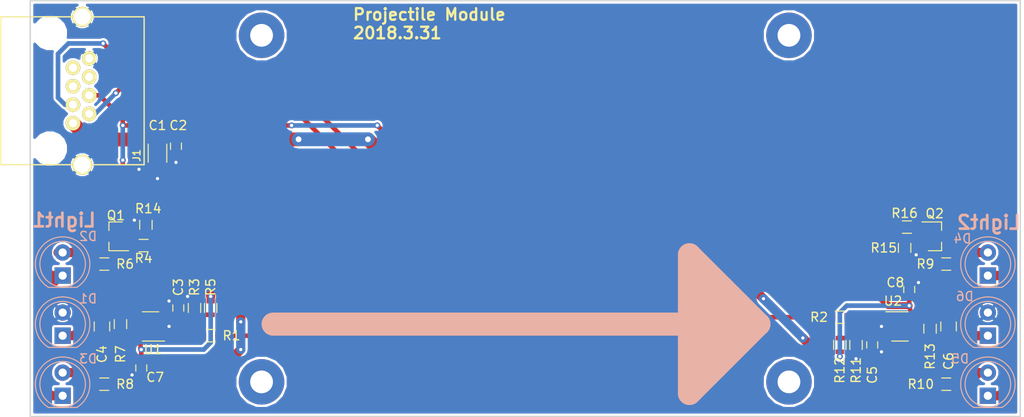
<source format=kicad_pcb>
(kicad_pcb (version 4) (host pcbnew 4.0.7)

  (general
    (links 64)
    (no_connects 0)
    (area 25.683869 23.4618 137.997001 70.6182)
    (thickness 1.6)
    (drawings 15)
    (tracks 229)
    (zones 0)
    (modules 39)
    (nets 20)
  )

  (page A4)
  (layers
    (0 F.Cu signal)
    (31 B.Cu signal)
    (32 B.Adhes user)
    (33 F.Adhes user)
    (34 B.Paste user)
    (35 F.Paste user)
    (36 B.SilkS user)
    (37 F.SilkS user)
    (38 B.Mask user)
    (39 F.Mask user)
    (40 Dwgs.User user)
    (41 Cmts.User user)
    (42 Eco1.User user)
    (43 Eco2.User user)
    (44 Edge.Cuts user)
    (45 Margin user)
    (46 B.CrtYd user)
    (47 F.CrtYd user)
    (48 B.Fab user)
    (49 F.Fab user)
  )

  (setup
    (last_trace_width 0.254)
    (user_trace_width 0.2032)
    (user_trace_width 0.254)
    (user_trace_width 0.508)
    (user_trace_width 0.762)
    (user_trace_width 1.016)
    (user_trace_width 1.524)
    (trace_clearance 0.2032)
    (zone_clearance 0.254)
    (zone_45_only yes)
    (trace_min 0.2)
    (segment_width 2.54)
    (edge_width 0.15)
    (via_size 0.6604)
    (via_drill 0.3556)
    (via_min_size 0.4)
    (via_min_drill 0.3)
    (user_via 1.143 0.635)
    (uvia_size 0.6604)
    (uvia_drill 0.3556)
    (uvias_allowed no)
    (uvia_min_size 0.2)
    (uvia_min_drill 0.1)
    (pcb_text_width 0.3)
    (pcb_text_size 1.5 1.5)
    (mod_edge_width 0.15)
    (mod_text_size 1 1)
    (mod_text_width 0.15)
    (pad_size 1.524 1.524)
    (pad_drill 0.762)
    (pad_to_mask_clearance 0.2)
    (aux_axis_origin 0 0)
    (visible_elements 7FFFFF7F)
    (pcbplotparams
      (layerselection 0x010fc_80000001)
      (usegerberextensions false)
      (excludeedgelayer true)
      (linewidth 0.150000)
      (plotframeref false)
      (viasonmask false)
      (mode 1)
      (useauxorigin false)
      (hpglpennumber 1)
      (hpglpenspeed 20)
      (hpglpendiameter 15)
      (hpglpenoverlay 2)
      (psnegative false)
      (psa4output false)
      (plotreference true)
      (plotvalue true)
      (plotinvisibletext false)
      (padsonsilk false)
      (subtractmaskfromsilk false)
      (outputformat 1)
      (mirror false)
      (drillshape 0)
      (scaleselection 1)
      (outputdirectory ./gerber))
  )

  (net 0 "")
  (net 1 3V3)
  (net 2 GND)
  (net 3 "Net-(J1-Pad2)")
  (net 4 "Net-(Q1-Pad1)")
  (net 5 "Net-(C3-Pad1)")
  (net 6 "Net-(C4-Pad1)")
  (net 7 "Net-(C4-Pad2)")
  (net 8 "Net-(C5-Pad1)")
  (net 9 "Net-(C6-Pad1)")
  (net 10 "Net-(C6-Pad2)")
  (net 11 "Net-(D2-Pad2)")
  (net 12 "Net-(D3-Pad2)")
  (net 13 "Net-(D4-Pad2)")
  (net 14 "Net-(D5-Pad2)")
  (net 15 "Net-(J1-Pad3)")
  (net 16 "Net-(J1-Pad4)")
  (net 17 "Net-(D2-Pad1)")
  (net 18 "Net-(D4-Pad1)")
  (net 19 "Net-(Q2-Pad1)")

  (net_class Default "This is the default net class."
    (clearance 0.2032)
    (trace_width 0.254)
    (via_dia 0.6604)
    (via_drill 0.3556)
    (uvia_dia 0.6604)
    (uvia_drill 0.3556)
    (add_net 3V3)
    (add_net GND)
    (add_net "Net-(C3-Pad1)")
    (add_net "Net-(C4-Pad1)")
    (add_net "Net-(C4-Pad2)")
    (add_net "Net-(C5-Pad1)")
    (add_net "Net-(C6-Pad1)")
    (add_net "Net-(C6-Pad2)")
    (add_net "Net-(D2-Pad1)")
    (add_net "Net-(D2-Pad2)")
    (add_net "Net-(D3-Pad2)")
    (add_net "Net-(D4-Pad1)")
    (add_net "Net-(D4-Pad2)")
    (add_net "Net-(D5-Pad2)")
    (add_net "Net-(J1-Pad2)")
    (add_net "Net-(J1-Pad3)")
    (add_net "Net-(J1-Pad4)")
    (add_net "Net-(Q1-Pad1)")
    (add_net "Net-(Q2-Pad1)")
  )

  (module CA6:RJ45_pcbwing (layer F.Cu) (tedit 59FFAD5E) (tstamp 59FF8B7D)
    (at 33.782 34.036 270)
    (path /59FE5B8F)
    (fp_text reference J1 (at 7.112 -7.112 450) (layer F.SilkS)
      (effects (font (size 0.8 0.8) (thickness 0.15)))
    )
    (fp_text value JACK_RJ45 (at -5.08 -8.636 270) (layer F.SilkS) hide
      (effects (font (size 0.8 0.8) (thickness 0.15)))
    )
    (fp_line (start -8.13 7.82) (end -8.13 -7.93) (layer F.SilkS) (width 0.14986))
    (fp_line (start -8.13 -7.93) (end 8.13 -7.93) (layer F.SilkS) (width 0.14986))
    (fp_line (start 8.13 -7.93) (end 8.13 7.82) (layer F.SilkS) (width 0.14986))
    (fp_line (start 8.13 7.82) (end -8.13 7.82) (layer F.SilkS) (width 0.14986))
    (pad 8 thru_hole circle (at -8.13 -1.14 270) (size 2.2 2.2) (drill 1.8) (layers *.Cu *.Mask F.SilkS)
      (net 2 GND))
    (pad 8 thru_hole circle (at 8.13 -1.14 270) (size 2.2 2.2) (drill 1.8) (layers *.Cu *.Mask F.SilkS)
      (net 2 GND))
    (pad "" np_thru_hole circle (at -6.35 2.42 270) (size 3.25 3.25) (drill 3.25) (layers *.Cu *.Mask F.SilkS))
    (pad "" np_thru_hole circle (at 6.35 2.42 270) (size 3.25 3.25) (drill 3.25) (layers *.Cu *.Mask F.SilkS))
    (pad 5 thru_hole circle (at -0.5 -0.12 270) (size 1.6 1.6) (drill 0.89) (layers *.Cu *.Mask F.SilkS))
    (pad 3 thru_hole circle (at 1.53 -0.12 270) (size 1.6 1.6) (drill 0.89) (layers *.Cu *.Mask F.SilkS)
      (net 15 "Net-(J1-Pad3)"))
    (pad 6 thru_hole circle (at -1.53 -1.9 270) (size 1.6 1.6) (drill 0.89) (layers *.Cu *.Mask F.SilkS))
    (pad 4 thru_hole circle (at 0.5 -1.9 270) (size 1.6 1.6) (drill 0.89) (layers *.Cu *.Mask F.SilkS)
      (net 16 "Net-(J1-Pad4)"))
    (pad 8 thru_hole circle (at -3.56 -1.9 270) (size 1.6 1.6) (drill 0.89) (layers *.Cu *.Mask F.SilkS)
      (net 2 GND))
    (pad 7 thru_hole circle (at -2.53 -0.12 270) (size 1.6 1.6) (drill 0.89) (layers *.Cu *.Mask F.SilkS))
    (pad 2 thru_hole circle (at 2.53 -1.9 270) (size 1.6 1.6) (drill 0.89) (layers *.Cu *.Mask F.SilkS)
      (net 3 "Net-(J1-Pad2)"))
    (pad 1 thru_hole circle (at 3.56 -0.12 270) (size 1.6 1.6) (drill 0.89) (layers *.Cu *.Mask F.SilkS)
      (net 1 3V3))
  )

  (module Capacitors_SMD:C_0603 (layer F.Cu) (tedit 5A008BD9) (tstamp 59FF897C)
    (at 45.212 40.132 270)
    (descr "Capacitor SMD 0603, reflow soldering, AVX (see smccp.pdf)")
    (tags "capacitor 0603")
    (path /5A0037D5)
    (attr smd)
    (fp_text reference C2 (at -2.286 -0.254 360) (layer F.SilkS)
      (effects (font (size 1 1) (thickness 0.15)))
    )
    (fp_text value 0.1uF (at 0 1.5 270) (layer F.Fab) hide
      (effects (font (size 1 1) (thickness 0.15)))
    )
    (fp_line (start 1.4 0.65) (end -1.4 0.65) (layer F.CrtYd) (width 0.05))
    (fp_line (start 1.4 0.65) (end 1.4 -0.65) (layer F.CrtYd) (width 0.05))
    (fp_line (start -1.4 -0.65) (end -1.4 0.65) (layer F.CrtYd) (width 0.05))
    (fp_line (start -1.4 -0.65) (end 1.4 -0.65) (layer F.CrtYd) (width 0.05))
    (fp_line (start 0.35 0.6) (end -0.35 0.6) (layer F.SilkS) (width 0.12))
    (fp_line (start -0.35 -0.6) (end 0.35 -0.6) (layer F.SilkS) (width 0.12))
    (fp_line (start -0.8 -0.4) (end 0.8 -0.4) (layer F.Fab) (width 0.1))
    (fp_line (start 0.8 -0.4) (end 0.8 0.4) (layer F.Fab) (width 0.1))
    (fp_line (start 0.8 0.4) (end -0.8 0.4) (layer F.Fab) (width 0.1))
    (fp_line (start -0.8 0.4) (end -0.8 -0.4) (layer F.Fab) (width 0.1))
    (fp_text user %R (at 0 0 270) (layer F.Fab)
      (effects (font (size 0.3 0.3) (thickness 0.075)))
    )
    (pad 2 smd rect (at 0.75 0 270) (size 0.8 0.75) (layers F.Cu F.Paste F.Mask)
      (net 2 GND))
    (pad 1 smd rect (at -0.75 0 270) (size 0.8 0.75) (layers F.Cu F.Paste F.Mask)
      (net 1 3V3))
    (model Capacitors_SMD.3dshapes/C_0603.wrl
      (at (xyz 0 0 0))
      (scale (xyz 1 1 1))
      (rotate (xyz 0 0 0))
    )
  )

  (module Capacitors_SMD:C_1206 (layer F.Cu) (tedit 5A008BD6) (tstamp 59FF8B6D)
    (at 43.18 40.894 270)
    (descr "Capacitor SMD 1206, reflow soldering, AVX (see smccp.pdf)")
    (tags "capacitor 1206")
    (path /59FE5FEE)
    (attr smd)
    (fp_text reference C1 (at -3.048 0 360) (layer F.SilkS)
      (effects (font (size 1 1) (thickness 0.15)))
    )
    (fp_text value 10uF (at 0 2 270) (layer F.Fab) hide
      (effects (font (size 1 1) (thickness 0.15)))
    )
    (fp_text user %R (at -3.302 0 270) (layer F.Fab) hide
      (effects (font (size 1 1) (thickness 0.15)))
    )
    (fp_line (start -1.6 0.8) (end -1.6 -0.8) (layer F.Fab) (width 0.1))
    (fp_line (start 1.6 0.8) (end -1.6 0.8) (layer F.Fab) (width 0.1))
    (fp_line (start 1.6 -0.8) (end 1.6 0.8) (layer F.Fab) (width 0.1))
    (fp_line (start -1.6 -0.8) (end 1.6 -0.8) (layer F.Fab) (width 0.1))
    (fp_line (start 1 -1.02) (end -1 -1.02) (layer F.SilkS) (width 0.12))
    (fp_line (start -1 1.02) (end 1 1.02) (layer F.SilkS) (width 0.12))
    (fp_line (start -2.25 -1.05) (end 2.25 -1.05) (layer F.CrtYd) (width 0.05))
    (fp_line (start -2.25 -1.05) (end -2.25 1.05) (layer F.CrtYd) (width 0.05))
    (fp_line (start 2.25 1.05) (end 2.25 -1.05) (layer F.CrtYd) (width 0.05))
    (fp_line (start 2.25 1.05) (end -2.25 1.05) (layer F.CrtYd) (width 0.05))
    (pad 1 smd rect (at -1.5 0 270) (size 1 1.6) (layers F.Cu F.Paste F.Mask)
      (net 1 3V3))
    (pad 2 smd rect (at 1.5 0 270) (size 1 1.6) (layers F.Cu F.Paste F.Mask)
      (net 2 GND))
    (model Capacitors_SMD.3dshapes/C_1206.wrl
      (at (xyz 0 0 0))
      (scale (xyz 1 1 1))
      (rotate (xyz 0 0 0))
    )
  )

  (module TO_SOT_Packages_SMD:SOT-23 (layer F.Cu) (tedit 5A36DA18) (tstamp 59C1A163)
    (at 38.608 50.038 180)
    (descr "SOT-23, Standard")
    (tags SOT-23)
    (path /59FE704A)
    (attr smd)
    (fp_text reference Q1 (at 0 2.286 180) (layer F.SilkS)
      (effects (font (size 1 1) (thickness 0.15)))
    )
    (fp_text value Q_NMOS_GSD (at 0 2.5 180) (layer F.Fab) hide
      (effects (font (size 1 1) (thickness 0.15)))
    )
    (fp_text user %R (at 0 0 270) (layer F.Fab)
      (effects (font (size 0.5 0.5) (thickness 0.075)))
    )
    (fp_line (start -0.7 -0.95) (end -0.7 1.5) (layer F.Fab) (width 0.1))
    (fp_line (start -0.15 -1.52) (end 0.7 -1.52) (layer F.Fab) (width 0.1))
    (fp_line (start -0.7 -0.95) (end -0.15 -1.52) (layer F.Fab) (width 0.1))
    (fp_line (start 0.7 -1.52) (end 0.7 1.52) (layer F.Fab) (width 0.1))
    (fp_line (start -0.7 1.52) (end 0.7 1.52) (layer F.Fab) (width 0.1))
    (fp_line (start 0.76 1.58) (end 0.76 0.65) (layer F.SilkS) (width 0.12))
    (fp_line (start 0.76 -1.58) (end 0.76 -0.65) (layer F.SilkS) (width 0.12))
    (fp_line (start -1.7 -1.75) (end 1.7 -1.75) (layer F.CrtYd) (width 0.05))
    (fp_line (start 1.7 -1.75) (end 1.7 1.75) (layer F.CrtYd) (width 0.05))
    (fp_line (start 1.7 1.75) (end -1.7 1.75) (layer F.CrtYd) (width 0.05))
    (fp_line (start -1.7 1.75) (end -1.7 -1.75) (layer F.CrtYd) (width 0.05))
    (fp_line (start 0.76 -1.58) (end -1.4 -1.58) (layer F.SilkS) (width 0.12))
    (fp_line (start 0.76 1.58) (end -0.7 1.58) (layer F.SilkS) (width 0.12))
    (pad 1 smd rect (at -1 -0.95 180) (size 0.9 0.8) (layers F.Cu F.Paste F.Mask)
      (net 4 "Net-(Q1-Pad1)"))
    (pad 2 smd rect (at -1 0.95 180) (size 0.9 0.8) (layers F.Cu F.Paste F.Mask)
      (net 2 GND))
    (pad 3 smd rect (at 1 0 180) (size 0.9 0.8) (layers F.Cu F.Paste F.Mask)
      (net 17 "Net-(D2-Pad1)"))
    (model ${KISYS3DMOD}/TO_SOT_Packages_SMD.3dshapes/SOT-23.wrl
      (at (xyz 0 0 0))
      (scale (xyz 1 1 1))
      (rotate (xyz 0 0 0))
    )
  )

  (module Capacitors_SMD:C_0603 (layer F.Cu) (tedit 59FFA388) (tstamp 59FF898D)
    (at 45.466 57.912 90)
    (descr "Capacitor SMD 0603, reflow soldering, AVX (see smccp.pdf)")
    (tags "capacitor 0603")
    (path /59FF6E05)
    (attr smd)
    (fp_text reference C3 (at 2.286 0 90) (layer F.SilkS)
      (effects (font (size 1 1) (thickness 0.15)))
    )
    (fp_text value 1uF (at 0 1.5 90) (layer F.Fab) hide
      (effects (font (size 1 1) (thickness 0.15)))
    )
    (fp_line (start 1.4 0.65) (end -1.4 0.65) (layer F.CrtYd) (width 0.05))
    (fp_line (start 1.4 0.65) (end 1.4 -0.65) (layer F.CrtYd) (width 0.05))
    (fp_line (start -1.4 -0.65) (end -1.4 0.65) (layer F.CrtYd) (width 0.05))
    (fp_line (start -1.4 -0.65) (end 1.4 -0.65) (layer F.CrtYd) (width 0.05))
    (fp_line (start 0.35 0.6) (end -0.35 0.6) (layer F.SilkS) (width 0.12))
    (fp_line (start -0.35 -0.6) (end 0.35 -0.6) (layer F.SilkS) (width 0.12))
    (fp_line (start -0.8 -0.4) (end 0.8 -0.4) (layer F.Fab) (width 0.1))
    (fp_line (start 0.8 -0.4) (end 0.8 0.4) (layer F.Fab) (width 0.1))
    (fp_line (start 0.8 0.4) (end -0.8 0.4) (layer F.Fab) (width 0.1))
    (fp_line (start -0.8 0.4) (end -0.8 -0.4) (layer F.Fab) (width 0.1))
    (fp_text user %R (at 0 0 90) (layer F.Fab)
      (effects (font (size 0.3 0.3) (thickness 0.075)))
    )
    (pad 2 smd rect (at 0.75 0 90) (size 0.8 0.75) (layers F.Cu F.Paste F.Mask)
      (net 2 GND))
    (pad 1 smd rect (at -0.75 0 90) (size 0.8 0.75) (layers F.Cu F.Paste F.Mask)
      (net 5 "Net-(C3-Pad1)"))
    (model Capacitors_SMD.3dshapes/C_0603.wrl
      (at (xyz 0 0 0))
      (scale (xyz 1 1 1))
      (rotate (xyz 0 0 0))
    )
  )

  (module Capacitors_SMD:C_0805 (layer F.Cu) (tedit 59FFA2C9) (tstamp 59FF899E)
    (at 37.084 59.944 90)
    (descr "Capacitor SMD 0805, reflow soldering, AVX (see smccp.pdf)")
    (tags "capacitor 0805")
    (path /59FF7ACC)
    (attr smd)
    (fp_text reference C4 (at -3.048 0 90) (layer F.SilkS)
      (effects (font (size 1 1) (thickness 0.15)))
    )
    (fp_text value 4.3pF (at 0 1.75 90) (layer F.Fab) hide
      (effects (font (size 1 1) (thickness 0.15)))
    )
    (fp_text user %R (at 0 -1.5 90) (layer F.Fab) hide
      (effects (font (size 1 1) (thickness 0.15)))
    )
    (fp_line (start -1 0.62) (end -1 -0.62) (layer F.Fab) (width 0.1))
    (fp_line (start 1 0.62) (end -1 0.62) (layer F.Fab) (width 0.1))
    (fp_line (start 1 -0.62) (end 1 0.62) (layer F.Fab) (width 0.1))
    (fp_line (start -1 -0.62) (end 1 -0.62) (layer F.Fab) (width 0.1))
    (fp_line (start 0.5 -0.85) (end -0.5 -0.85) (layer F.SilkS) (width 0.12))
    (fp_line (start -0.5 0.85) (end 0.5 0.85) (layer F.SilkS) (width 0.12))
    (fp_line (start -1.75 -0.88) (end 1.75 -0.88) (layer F.CrtYd) (width 0.05))
    (fp_line (start -1.75 -0.88) (end -1.75 0.87) (layer F.CrtYd) (width 0.05))
    (fp_line (start 1.75 0.87) (end 1.75 -0.88) (layer F.CrtYd) (width 0.05))
    (fp_line (start 1.75 0.87) (end -1.75 0.87) (layer F.CrtYd) (width 0.05))
    (pad 1 smd rect (at -1 0 90) (size 1 1.25) (layers F.Cu F.Paste F.Mask)
      (net 6 "Net-(C4-Pad1)"))
    (pad 2 smd rect (at 1 0 90) (size 1 1.25) (layers F.Cu F.Paste F.Mask)
      (net 7 "Net-(C4-Pad2)"))
    (model Capacitors_SMD.3dshapes/C_0805.wrl
      (at (xyz 0 0 0))
      (scale (xyz 1 1 1))
      (rotate (xyz 0 0 0))
    )
  )

  (module Capacitors_SMD:C_0603 (layer F.Cu) (tedit 5A008D70) (tstamp 59FF89AF)
    (at 121.666 61.976 270)
    (descr "Capacitor SMD 0603, reflow soldering, AVX (see smccp.pdf)")
    (tags "capacitor 0603")
    (path /5A000C22)
    (attr smd)
    (fp_text reference C5 (at 3.302 0 450) (layer F.SilkS)
      (effects (font (size 1 1) (thickness 0.15)))
    )
    (fp_text value 1uF (at 0 1.5 270) (layer F.Fab) hide
      (effects (font (size 1 1) (thickness 0.15)))
    )
    (fp_line (start 1.4 0.65) (end -1.4 0.65) (layer F.CrtYd) (width 0.05))
    (fp_line (start 1.4 0.65) (end 1.4 -0.65) (layer F.CrtYd) (width 0.05))
    (fp_line (start -1.4 -0.65) (end -1.4 0.65) (layer F.CrtYd) (width 0.05))
    (fp_line (start -1.4 -0.65) (end 1.4 -0.65) (layer F.CrtYd) (width 0.05))
    (fp_line (start 0.35 0.6) (end -0.35 0.6) (layer F.SilkS) (width 0.12))
    (fp_line (start -0.35 -0.6) (end 0.35 -0.6) (layer F.SilkS) (width 0.12))
    (fp_line (start -0.8 -0.4) (end 0.8 -0.4) (layer F.Fab) (width 0.1))
    (fp_line (start 0.8 -0.4) (end 0.8 0.4) (layer F.Fab) (width 0.1))
    (fp_line (start 0.8 0.4) (end -0.8 0.4) (layer F.Fab) (width 0.1))
    (fp_line (start -0.8 0.4) (end -0.8 -0.4) (layer F.Fab) (width 0.1))
    (fp_text user %R (at 0 0 270) (layer F.Fab)
      (effects (font (size 0.3 0.3) (thickness 0.075)))
    )
    (pad 2 smd rect (at 0.75 0 270) (size 0.8 0.75) (layers F.Cu F.Paste F.Mask)
      (net 2 GND))
    (pad 1 smd rect (at -0.75 0 270) (size 0.8 0.75) (layers F.Cu F.Paste F.Mask)
      (net 8 "Net-(C5-Pad1)"))
    (model Capacitors_SMD.3dshapes/C_0603.wrl
      (at (xyz 0 0 0))
      (scale (xyz 1 1 1))
      (rotate (xyz 0 0 0))
    )
  )

  (module Capacitors_SMD:C_0805 (layer F.Cu) (tedit 59FFAB84) (tstamp 59FF89C0)
    (at 130.048 59.944 270)
    (descr "Capacitor SMD 0805, reflow soldering, AVX (see smccp.pdf)")
    (tags "capacitor 0805")
    (path /5A000C34)
    (attr smd)
    (fp_text reference C6 (at 3.81 0 270) (layer F.SilkS)
      (effects (font (size 1 1) (thickness 0.15)))
    )
    (fp_text value 4.3pF (at 0 1.75 270) (layer F.Fab) hide
      (effects (font (size 1 1) (thickness 0.15)))
    )
    (fp_text user %R (at 4.318 0 270) (layer F.Fab) hide
      (effects (font (size 1 1) (thickness 0.15)))
    )
    (fp_line (start -1 0.62) (end -1 -0.62) (layer F.Fab) (width 0.1))
    (fp_line (start 1 0.62) (end -1 0.62) (layer F.Fab) (width 0.1))
    (fp_line (start 1 -0.62) (end 1 0.62) (layer F.Fab) (width 0.1))
    (fp_line (start -1 -0.62) (end 1 -0.62) (layer F.Fab) (width 0.1))
    (fp_line (start 0.5 -0.85) (end -0.5 -0.85) (layer F.SilkS) (width 0.12))
    (fp_line (start -0.5 0.85) (end 0.5 0.85) (layer F.SilkS) (width 0.12))
    (fp_line (start -1.75 -0.88) (end 1.75 -0.88) (layer F.CrtYd) (width 0.05))
    (fp_line (start -1.75 -0.88) (end -1.75 0.87) (layer F.CrtYd) (width 0.05))
    (fp_line (start 1.75 0.87) (end 1.75 -0.88) (layer F.CrtYd) (width 0.05))
    (fp_line (start 1.75 0.87) (end -1.75 0.87) (layer F.CrtYd) (width 0.05))
    (pad 1 smd rect (at -1 0 270) (size 1 1.25) (layers F.Cu F.Paste F.Mask)
      (net 9 "Net-(C6-Pad1)"))
    (pad 2 smd rect (at 1 0 270) (size 1 1.25) (layers F.Cu F.Paste F.Mask)
      (net 10 "Net-(C6-Pad2)"))
    (model Capacitors_SMD.3dshapes/C_0805.wrl
      (at (xyz 0 0 0))
      (scale (xyz 1 1 1))
      (rotate (xyz 0 0 0))
    )
  )

  (module LEDs:LED_D5.0mm (layer B.Cu) (tedit 5A2445F2) (tstamp 59FF89D2)
    (at 32.766 60.96 90)
    (descr "LED, diameter 5.0mm, 2 pins, http://cdn-reichelt.de/documents/datenblatt/A500/LL-504BC2E-009.pdf")
    (tags "LED diameter 5.0mm 2 pins")
    (path /59FFACEF)
    (fp_text reference D1 (at 4.064 2.794 360) (layer B.SilkS)
      (effects (font (size 1 1) (thickness 0.15)) (justify mirror))
    )
    (fp_text value D_Photo (at 1.27 -3.96 90) (layer B.Fab) hide
      (effects (font (size 1 1) (thickness 0.15)) (justify mirror))
    )
    (fp_arc (start 1.27 0) (end -1.23 1.469694) (angle -299.1) (layer B.Fab) (width 0.1))
    (fp_arc (start 1.27 0) (end -1.29 1.54483) (angle -148.9) (layer B.SilkS) (width 0.12))
    (fp_arc (start 1.27 0) (end -1.29 -1.54483) (angle 148.9) (layer B.SilkS) (width 0.12))
    (fp_circle (center 1.27 0) (end 3.77 0) (layer B.Fab) (width 0.1))
    (fp_circle (center 1.27 0) (end 3.77 0) (layer B.SilkS) (width 0.12))
    (fp_line (start -1.23 1.469694) (end -1.23 -1.469694) (layer B.Fab) (width 0.1))
    (fp_line (start -1.29 1.545) (end -1.29 -1.545) (layer B.SilkS) (width 0.12))
    (fp_line (start -1.95 3.25) (end -1.95 -3.25) (layer B.CrtYd) (width 0.05))
    (fp_line (start -1.95 -3.25) (end 4.5 -3.25) (layer B.CrtYd) (width 0.05))
    (fp_line (start 4.5 -3.25) (end 4.5 3.25) (layer B.CrtYd) (width 0.05))
    (fp_line (start 4.5 3.25) (end -1.95 3.25) (layer B.CrtYd) (width 0.05))
    (fp_text user %R (at 1.25 0 90) (layer B.Fab)
      (effects (font (size 0.8 0.8) (thickness 0.2)) (justify mirror))
    )
    (pad 1 thru_hole rect (at 0 0 90) (size 1.8 1.8) (drill 0.9) (layers *.Cu *.Mask)
      (net 7 "Net-(C4-Pad2)"))
    (pad 2 thru_hole circle (at 2.54 0 90) (size 1.8 1.8) (drill 0.9) (layers *.Cu *.Mask)
      (net 2 GND))
    (model ${KISYS3DMOD}/LEDs.3dshapes/LED_D5.0mm.wrl
      (at (xyz 0 0 0))
      (scale (xyz 0.393701 0.393701 0.393701))
      (rotate (xyz 0 0 0))
    )
  )

  (module LEDs:LED_D5.0mm (layer B.Cu) (tedit 5A2445F5) (tstamp 59FF89E4)
    (at 32.766 54.356 90)
    (descr "LED, diameter 5.0mm, 2 pins, http://cdn-reichelt.de/documents/datenblatt/A500/LL-504BC2E-009.pdf")
    (tags "LED diameter 5.0mm 2 pins")
    (path /59CD43E5)
    (fp_text reference D2 (at 4.318 2.794 360) (layer B.SilkS)
      (effects (font (size 1 1) (thickness 0.15)) (justify mirror))
    )
    (fp_text value LED (at 1.27 -3.96 90) (layer B.Fab) hide
      (effects (font (size 1 1) (thickness 0.15)) (justify mirror))
    )
    (fp_arc (start 1.27 0) (end -1.23 1.469694) (angle -299.1) (layer B.Fab) (width 0.1))
    (fp_arc (start 1.27 0) (end -1.29 1.54483) (angle -148.9) (layer B.SilkS) (width 0.12))
    (fp_arc (start 1.27 0) (end -1.29 -1.54483) (angle 148.9) (layer B.SilkS) (width 0.12))
    (fp_circle (center 1.27 0) (end 3.77 0) (layer B.Fab) (width 0.1))
    (fp_circle (center 1.27 0) (end 3.77 0) (layer B.SilkS) (width 0.12))
    (fp_line (start -1.23 1.469694) (end -1.23 -1.469694) (layer B.Fab) (width 0.1))
    (fp_line (start -1.29 1.545) (end -1.29 -1.545) (layer B.SilkS) (width 0.12))
    (fp_line (start -1.95 3.25) (end -1.95 -3.25) (layer B.CrtYd) (width 0.05))
    (fp_line (start -1.95 -3.25) (end 4.5 -3.25) (layer B.CrtYd) (width 0.05))
    (fp_line (start 4.5 -3.25) (end 4.5 3.25) (layer B.CrtYd) (width 0.05))
    (fp_line (start 4.5 3.25) (end -1.95 3.25) (layer B.CrtYd) (width 0.05))
    (fp_text user %R (at 1.25 0 90) (layer B.Fab)
      (effects (font (size 0.8 0.8) (thickness 0.2)) (justify mirror))
    )
    (pad 1 thru_hole rect (at 0 0 90) (size 1.8 1.8) (drill 0.9) (layers *.Cu *.Mask)
      (net 17 "Net-(D2-Pad1)"))
    (pad 2 thru_hole circle (at 2.54 0 90) (size 1.8 1.8) (drill 0.9) (layers *.Cu *.Mask)
      (net 11 "Net-(D2-Pad2)"))
    (model ${KISYS3DMOD}/LEDs.3dshapes/LED_D5.0mm.wrl
      (at (xyz 0 0 0))
      (scale (xyz 0.393701 0.393701 0.393701))
      (rotate (xyz 0 0 0))
    )
  )

  (module LEDs:LED_D5.0mm (layer B.Cu) (tedit 5A2445EF) (tstamp 59FF89F6)
    (at 32.766 67.564 90)
    (descr "LED, diameter 5.0mm, 2 pins, http://cdn-reichelt.de/documents/datenblatt/A500/LL-504BC2E-009.pdf")
    (tags "LED diameter 5.0mm 2 pins")
    (path /59FFD330)
    (fp_text reference D3 (at 4.064 2.794 360) (layer B.SilkS)
      (effects (font (size 1 1) (thickness 0.15)) (justify mirror))
    )
    (fp_text value LED (at 1.27 -3.96 90) (layer B.Fab) hide
      (effects (font (size 1 1) (thickness 0.15)) (justify mirror))
    )
    (fp_arc (start 1.27 0) (end -1.23 1.469694) (angle -299.1) (layer B.Fab) (width 0.1))
    (fp_arc (start 1.27 0) (end -1.29 1.54483) (angle -148.9) (layer B.SilkS) (width 0.12))
    (fp_arc (start 1.27 0) (end -1.29 -1.54483) (angle 148.9) (layer B.SilkS) (width 0.12))
    (fp_circle (center 1.27 0) (end 3.77 0) (layer B.Fab) (width 0.1))
    (fp_circle (center 1.27 0) (end 3.77 0) (layer B.SilkS) (width 0.12))
    (fp_line (start -1.23 1.469694) (end -1.23 -1.469694) (layer B.Fab) (width 0.1))
    (fp_line (start -1.29 1.545) (end -1.29 -1.545) (layer B.SilkS) (width 0.12))
    (fp_line (start -1.95 3.25) (end -1.95 -3.25) (layer B.CrtYd) (width 0.05))
    (fp_line (start -1.95 -3.25) (end 4.5 -3.25) (layer B.CrtYd) (width 0.05))
    (fp_line (start 4.5 -3.25) (end 4.5 3.25) (layer B.CrtYd) (width 0.05))
    (fp_line (start 4.5 3.25) (end -1.95 3.25) (layer B.CrtYd) (width 0.05))
    (fp_text user %R (at 1.25 0 90) (layer B.Fab)
      (effects (font (size 0.8 0.8) (thickness 0.2)) (justify mirror))
    )
    (pad 1 thru_hole rect (at 0 0 90) (size 1.8 1.8) (drill 0.9) (layers *.Cu *.Mask)
      (net 17 "Net-(D2-Pad1)"))
    (pad 2 thru_hole circle (at 2.54 0 90) (size 1.8 1.8) (drill 0.9) (layers *.Cu *.Mask)
      (net 12 "Net-(D3-Pad2)"))
    (model ${KISYS3DMOD}/LEDs.3dshapes/LED_D5.0mm.wrl
      (at (xyz 0 0 0))
      (scale (xyz 0.393701 0.393701 0.393701))
      (rotate (xyz 0 0 0))
    )
  )

  (module LEDs:LED_D5.0mm (layer B.Cu) (tedit 5A244606) (tstamp 59FF8A08)
    (at 134.366 54.356 90)
    (descr "LED, diameter 5.0mm, 2 pins, http://cdn-reichelt.de/documents/datenblatt/A500/LL-504BC2E-009.pdf")
    (tags "LED diameter 5.0mm 2 pins")
    (path /59FFD37A)
    (fp_text reference D4 (at 4.064 -2.794 360) (layer B.SilkS)
      (effects (font (size 1 1) (thickness 0.15)) (justify mirror))
    )
    (fp_text value LED (at 1.27 -3.96 90) (layer B.Fab) hide
      (effects (font (size 1 1) (thickness 0.15)) (justify mirror))
    )
    (fp_arc (start 1.27 0) (end -1.23 1.469694) (angle -299.1) (layer B.Fab) (width 0.1))
    (fp_arc (start 1.27 0) (end -1.29 1.54483) (angle -148.9) (layer B.SilkS) (width 0.12))
    (fp_arc (start 1.27 0) (end -1.29 -1.54483) (angle 148.9) (layer B.SilkS) (width 0.12))
    (fp_circle (center 1.27 0) (end 3.77 0) (layer B.Fab) (width 0.1))
    (fp_circle (center 1.27 0) (end 3.77 0) (layer B.SilkS) (width 0.12))
    (fp_line (start -1.23 1.469694) (end -1.23 -1.469694) (layer B.Fab) (width 0.1))
    (fp_line (start -1.29 1.545) (end -1.29 -1.545) (layer B.SilkS) (width 0.12))
    (fp_line (start -1.95 3.25) (end -1.95 -3.25) (layer B.CrtYd) (width 0.05))
    (fp_line (start -1.95 -3.25) (end 4.5 -3.25) (layer B.CrtYd) (width 0.05))
    (fp_line (start 4.5 -3.25) (end 4.5 3.25) (layer B.CrtYd) (width 0.05))
    (fp_line (start 4.5 3.25) (end -1.95 3.25) (layer B.CrtYd) (width 0.05))
    (fp_text user %R (at 1.25 0 90) (layer B.Fab)
      (effects (font (size 0.8 0.8) (thickness 0.2)) (justify mirror))
    )
    (pad 1 thru_hole rect (at 0 0 90) (size 1.8 1.8) (drill 0.9) (layers *.Cu *.Mask)
      (net 18 "Net-(D4-Pad1)"))
    (pad 2 thru_hole circle (at 2.54 0 90) (size 1.8 1.8) (drill 0.9) (layers *.Cu *.Mask)
      (net 13 "Net-(D4-Pad2)"))
    (model ${KISYS3DMOD}/LEDs.3dshapes/LED_D5.0mm.wrl
      (at (xyz 0 0 0))
      (scale (xyz 0.393701 0.393701 0.393701))
      (rotate (xyz 0 0 0))
    )
  )

  (module LEDs:LED_D5.0mm (layer B.Cu) (tedit 5A24460A) (tstamp 59FF8A1A)
    (at 134.366 67.564 90)
    (descr "LED, diameter 5.0mm, 2 pins, http://cdn-reichelt.de/documents/datenblatt/A500/LL-504BC2E-009.pdf")
    (tags "LED diameter 5.0mm 2 pins")
    (path /59FFCE74)
    (fp_text reference D5 (at 4.064 -3.048 360) (layer B.SilkS)
      (effects (font (size 1 1) (thickness 0.15)) (justify mirror))
    )
    (fp_text value LED (at 1.27 -3.96 90) (layer B.Fab) hide
      (effects (font (size 1 1) (thickness 0.15)) (justify mirror))
    )
    (fp_arc (start 1.27 0) (end -1.23 1.469694) (angle -299.1) (layer B.Fab) (width 0.1))
    (fp_arc (start 1.27 0) (end -1.29 1.54483) (angle -148.9) (layer B.SilkS) (width 0.12))
    (fp_arc (start 1.27 0) (end -1.29 -1.54483) (angle 148.9) (layer B.SilkS) (width 0.12))
    (fp_circle (center 1.27 0) (end 3.77 0) (layer B.Fab) (width 0.1))
    (fp_circle (center 1.27 0) (end 3.77 0) (layer B.SilkS) (width 0.12))
    (fp_line (start -1.23 1.469694) (end -1.23 -1.469694) (layer B.Fab) (width 0.1))
    (fp_line (start -1.29 1.545) (end -1.29 -1.545) (layer B.SilkS) (width 0.12))
    (fp_line (start -1.95 3.25) (end -1.95 -3.25) (layer B.CrtYd) (width 0.05))
    (fp_line (start -1.95 -3.25) (end 4.5 -3.25) (layer B.CrtYd) (width 0.05))
    (fp_line (start 4.5 -3.25) (end 4.5 3.25) (layer B.CrtYd) (width 0.05))
    (fp_line (start 4.5 3.25) (end -1.95 3.25) (layer B.CrtYd) (width 0.05))
    (fp_text user %R (at 1.25 0 90) (layer B.Fab)
      (effects (font (size 0.8 0.8) (thickness 0.2)) (justify mirror))
    )
    (pad 1 thru_hole rect (at 0 0 90) (size 1.8 1.8) (drill 0.9) (layers *.Cu *.Mask)
      (net 18 "Net-(D4-Pad1)"))
    (pad 2 thru_hole circle (at 2.54 0 90) (size 1.8 1.8) (drill 0.9) (layers *.Cu *.Mask)
      (net 14 "Net-(D5-Pad2)"))
    (model ${KISYS3DMOD}/LEDs.3dshapes/LED_D5.0mm.wrl
      (at (xyz 0 0 0))
      (scale (xyz 0.393701 0.393701 0.393701))
      (rotate (xyz 0 0 0))
    )
  )

  (module LEDs:LED_D5.0mm (layer B.Cu) (tedit 5A244601) (tstamp 59FF8A2C)
    (at 134.366 60.96 90)
    (descr "LED, diameter 5.0mm, 2 pins, http://cdn-reichelt.de/documents/datenblatt/A500/LL-504BC2E-009.pdf")
    (tags "LED diameter 5.0mm 2 pins")
    (path /5A000C53)
    (fp_text reference D6 (at 4.318 -2.54 360) (layer B.SilkS)
      (effects (font (size 1 1) (thickness 0.15)) (justify mirror))
    )
    (fp_text value D_Photo (at 1.27 -3.96 90) (layer B.Fab) hide
      (effects (font (size 1 1) (thickness 0.15)) (justify mirror))
    )
    (fp_arc (start 1.27 0) (end -1.23 1.469694) (angle -299.1) (layer B.Fab) (width 0.1))
    (fp_arc (start 1.27 0) (end -1.29 1.54483) (angle -148.9) (layer B.SilkS) (width 0.12))
    (fp_arc (start 1.27 0) (end -1.29 -1.54483) (angle 148.9) (layer B.SilkS) (width 0.12))
    (fp_circle (center 1.27 0) (end 3.77 0) (layer B.Fab) (width 0.1))
    (fp_circle (center 1.27 0) (end 3.77 0) (layer B.SilkS) (width 0.12))
    (fp_line (start -1.23 1.469694) (end -1.23 -1.469694) (layer B.Fab) (width 0.1))
    (fp_line (start -1.29 1.545) (end -1.29 -1.545) (layer B.SilkS) (width 0.12))
    (fp_line (start -1.95 3.25) (end -1.95 -3.25) (layer B.CrtYd) (width 0.05))
    (fp_line (start -1.95 -3.25) (end 4.5 -3.25) (layer B.CrtYd) (width 0.05))
    (fp_line (start 4.5 -3.25) (end 4.5 3.25) (layer B.CrtYd) (width 0.05))
    (fp_line (start 4.5 3.25) (end -1.95 3.25) (layer B.CrtYd) (width 0.05))
    (fp_text user %R (at 1.25 0 90) (layer B.Fab)
      (effects (font (size 0.8 0.8) (thickness 0.2)) (justify mirror))
    )
    (pad 1 thru_hole rect (at 0 0 90) (size 1.8 1.8) (drill 0.9) (layers *.Cu *.Mask)
      (net 10 "Net-(C6-Pad2)"))
    (pad 2 thru_hole circle (at 2.54 0 90) (size 1.8 1.8) (drill 0.9) (layers *.Cu *.Mask)
      (net 2 GND))
    (model ${KISYS3DMOD}/LEDs.3dshapes/LED_D5.0mm.wrl
      (at (xyz 0 0 0))
      (scale (xyz 0.393701 0.393701 0.393701))
      (rotate (xyz 0 0 0))
    )
  )

  (module Resistors_SMD:R_0603 (layer F.Cu) (tedit 59FFA3A5) (tstamp 59FF8A3D)
    (at 49.022 60.96)
    (descr "Resistor SMD 0603, reflow soldering, Vishay (see dcrcw.pdf)")
    (tags "resistor 0603")
    (path /59FF7BEF)
    (attr smd)
    (fp_text reference R1 (at 2.286 0) (layer F.SilkS)
      (effects (font (size 1 1) (thickness 0.15)))
    )
    (fp_text value 49.9R (at 0 1.5) (layer F.Fab) hide
      (effects (font (size 1 1) (thickness 0.15)))
    )
    (fp_text user %R (at 0 0) (layer F.Fab)
      (effects (font (size 0.4 0.4) (thickness 0.075)))
    )
    (fp_line (start -0.8 0.4) (end -0.8 -0.4) (layer F.Fab) (width 0.1))
    (fp_line (start 0.8 0.4) (end -0.8 0.4) (layer F.Fab) (width 0.1))
    (fp_line (start 0.8 -0.4) (end 0.8 0.4) (layer F.Fab) (width 0.1))
    (fp_line (start -0.8 -0.4) (end 0.8 -0.4) (layer F.Fab) (width 0.1))
    (fp_line (start 0.5 0.68) (end -0.5 0.68) (layer F.SilkS) (width 0.12))
    (fp_line (start -0.5 -0.68) (end 0.5 -0.68) (layer F.SilkS) (width 0.12))
    (fp_line (start -1.25 -0.7) (end 1.25 -0.7) (layer F.CrtYd) (width 0.05))
    (fp_line (start -1.25 -0.7) (end -1.25 0.7) (layer F.CrtYd) (width 0.05))
    (fp_line (start 1.25 0.7) (end 1.25 -0.7) (layer F.CrtYd) (width 0.05))
    (fp_line (start 1.25 0.7) (end -1.25 0.7) (layer F.CrtYd) (width 0.05))
    (pad 1 smd rect (at -0.75 0) (size 0.5 0.9) (layers F.Cu F.Paste F.Mask)
      (net 6 "Net-(C4-Pad1)"))
    (pad 2 smd rect (at 0.75 0) (size 0.5 0.9) (layers F.Cu F.Paste F.Mask)
      (net 3 "Net-(J1-Pad2)"))
    (model ${KISYS3DMOD}/Resistors_SMD.3dshapes/R_0603.wrl
      (at (xyz 0 0 0))
      (scale (xyz 1 1 1))
      (rotate (xyz 0 0 0))
    )
  )

  (module Resistors_SMD:R_0603 (layer F.Cu) (tedit 59FFAC7A) (tstamp 59FF8A4E)
    (at 118.11 58.928 180)
    (descr "Resistor SMD 0603, reflow soldering, Vishay (see dcrcw.pdf)")
    (tags "resistor 0603")
    (path /5A000E64)
    (attr smd)
    (fp_text reference R2 (at 2.286 0 180) (layer F.SilkS)
      (effects (font (size 1 1) (thickness 0.15)))
    )
    (fp_text value 49.9R (at 0 1.5 180) (layer F.Fab) hide
      (effects (font (size 1 1) (thickness 0.15)))
    )
    (fp_text user %R (at 0 0 180) (layer F.Fab)
      (effects (font (size 0.4 0.4) (thickness 0.075)))
    )
    (fp_line (start -0.8 0.4) (end -0.8 -0.4) (layer F.Fab) (width 0.1))
    (fp_line (start 0.8 0.4) (end -0.8 0.4) (layer F.Fab) (width 0.1))
    (fp_line (start 0.8 -0.4) (end 0.8 0.4) (layer F.Fab) (width 0.1))
    (fp_line (start -0.8 -0.4) (end 0.8 -0.4) (layer F.Fab) (width 0.1))
    (fp_line (start 0.5 0.68) (end -0.5 0.68) (layer F.SilkS) (width 0.12))
    (fp_line (start -0.5 -0.68) (end 0.5 -0.68) (layer F.SilkS) (width 0.12))
    (fp_line (start -1.25 -0.7) (end 1.25 -0.7) (layer F.CrtYd) (width 0.05))
    (fp_line (start -1.25 -0.7) (end -1.25 0.7) (layer F.CrtYd) (width 0.05))
    (fp_line (start 1.25 0.7) (end 1.25 -0.7) (layer F.CrtYd) (width 0.05))
    (fp_line (start 1.25 0.7) (end -1.25 0.7) (layer F.CrtYd) (width 0.05))
    (pad 1 smd rect (at -0.75 0 180) (size 0.5 0.9) (layers F.Cu F.Paste F.Mask)
      (net 9 "Net-(C6-Pad1)"))
    (pad 2 smd rect (at 0.75 0 180) (size 0.5 0.9) (layers F.Cu F.Paste F.Mask)
      (net 15 "Net-(J1-Pad3)"))
    (model ${KISYS3DMOD}/Resistors_SMD.3dshapes/R_0603.wrl
      (at (xyz 0 0 0))
      (scale (xyz 1 1 1))
      (rotate (xyz 0 0 0))
    )
  )

  (module Resistors_SMD:R_0603 (layer F.Cu) (tedit 59FFA38B) (tstamp 59FF8A5F)
    (at 47.244 57.912 90)
    (descr "Resistor SMD 0603, reflow soldering, Vishay (see dcrcw.pdf)")
    (tags "resistor 0603")
    (path /59FF6C21)
    (attr smd)
    (fp_text reference R3 (at 2.286 0 90) (layer F.SilkS)
      (effects (font (size 1 1) (thickness 0.15)))
    )
    (fp_text value 280R (at 0 1.5 90) (layer F.Fab) hide
      (effects (font (size 1 1) (thickness 0.15)))
    )
    (fp_text user %R (at 0 0 90) (layer F.Fab)
      (effects (font (size 0.4 0.4) (thickness 0.075)))
    )
    (fp_line (start -0.8 0.4) (end -0.8 -0.4) (layer F.Fab) (width 0.1))
    (fp_line (start 0.8 0.4) (end -0.8 0.4) (layer F.Fab) (width 0.1))
    (fp_line (start 0.8 -0.4) (end 0.8 0.4) (layer F.Fab) (width 0.1))
    (fp_line (start -0.8 -0.4) (end 0.8 -0.4) (layer F.Fab) (width 0.1))
    (fp_line (start 0.5 0.68) (end -0.5 0.68) (layer F.SilkS) (width 0.12))
    (fp_line (start -0.5 -0.68) (end 0.5 -0.68) (layer F.SilkS) (width 0.12))
    (fp_line (start -1.25 -0.7) (end 1.25 -0.7) (layer F.CrtYd) (width 0.05))
    (fp_line (start -1.25 -0.7) (end -1.25 0.7) (layer F.CrtYd) (width 0.05))
    (fp_line (start 1.25 0.7) (end 1.25 -0.7) (layer F.CrtYd) (width 0.05))
    (fp_line (start 1.25 0.7) (end -1.25 0.7) (layer F.CrtYd) (width 0.05))
    (pad 1 smd rect (at -0.75 0 90) (size 0.5 0.9) (layers F.Cu F.Paste F.Mask)
      (net 5 "Net-(C3-Pad1)"))
    (pad 2 smd rect (at 0.75 0 90) (size 0.5 0.9) (layers F.Cu F.Paste F.Mask)
      (net 2 GND))
    (model ${KISYS3DMOD}/Resistors_SMD.3dshapes/R_0603.wrl
      (at (xyz 0 0 0))
      (scale (xyz 1 1 1))
      (rotate (xyz 0 0 0))
    )
  )

  (module Resistors_SMD:R_0603 (layer F.Cu) (tedit 5A233F05) (tstamp 59FF8A70)
    (at 41.656 51.054 180)
    (descr "Resistor SMD 0603, reflow soldering, Vishay (see dcrcw.pdf)")
    (tags "resistor 0603")
    (path /59FE78E6)
    (attr smd)
    (fp_text reference R4 (at 0 -1.397 360) (layer F.SilkS)
      (effects (font (size 1 1) (thickness 0.15)))
    )
    (fp_text value 1K (at 0 1.5 180) (layer F.Fab) hide
      (effects (font (size 1 1) (thickness 0.15)))
    )
    (fp_text user %R (at 0 0 180) (layer F.Fab)
      (effects (font (size 0.4 0.4) (thickness 0.075)))
    )
    (fp_line (start -0.8 0.4) (end -0.8 -0.4) (layer F.Fab) (width 0.1))
    (fp_line (start 0.8 0.4) (end -0.8 0.4) (layer F.Fab) (width 0.1))
    (fp_line (start 0.8 -0.4) (end 0.8 0.4) (layer F.Fab) (width 0.1))
    (fp_line (start -0.8 -0.4) (end 0.8 -0.4) (layer F.Fab) (width 0.1))
    (fp_line (start 0.5 0.68) (end -0.5 0.68) (layer F.SilkS) (width 0.12))
    (fp_line (start -0.5 -0.68) (end 0.5 -0.68) (layer F.SilkS) (width 0.12))
    (fp_line (start -1.25 -0.7) (end 1.25 -0.7) (layer F.CrtYd) (width 0.05))
    (fp_line (start -1.25 -0.7) (end -1.25 0.7) (layer F.CrtYd) (width 0.05))
    (fp_line (start 1.25 0.7) (end 1.25 -0.7) (layer F.CrtYd) (width 0.05))
    (fp_line (start 1.25 0.7) (end -1.25 0.7) (layer F.CrtYd) (width 0.05))
    (pad 1 smd rect (at -0.75 0 180) (size 0.5 0.9) (layers F.Cu F.Paste F.Mask)
      (net 16 "Net-(J1-Pad4)"))
    (pad 2 smd rect (at 0.75 0 180) (size 0.5 0.9) (layers F.Cu F.Paste F.Mask)
      (net 4 "Net-(Q1-Pad1)"))
    (model ${KISYS3DMOD}/Resistors_SMD.3dshapes/R_0603.wrl
      (at (xyz 0 0 0))
      (scale (xyz 1 1 1))
      (rotate (xyz 0 0 0))
    )
  )

  (module Resistors_SMD:R_0603 (layer F.Cu) (tedit 59FFA38D) (tstamp 59FF8A81)
    (at 49.022 57.912 90)
    (descr "Resistor SMD 0603, reflow soldering, Vishay (see dcrcw.pdf)")
    (tags "resistor 0603")
    (path /59FF6A75)
    (attr smd)
    (fp_text reference R5 (at 2.286 0 90) (layer F.SilkS)
      (effects (font (size 1 1) (thickness 0.15)))
    )
    (fp_text value 8.98K (at 0 1.5 90) (layer F.Fab) hide
      (effects (font (size 1 1) (thickness 0.15)))
    )
    (fp_text user %R (at 0 0 90) (layer F.Fab)
      (effects (font (size 0.4 0.4) (thickness 0.075)))
    )
    (fp_line (start -0.8 0.4) (end -0.8 -0.4) (layer F.Fab) (width 0.1))
    (fp_line (start 0.8 0.4) (end -0.8 0.4) (layer F.Fab) (width 0.1))
    (fp_line (start 0.8 -0.4) (end 0.8 0.4) (layer F.Fab) (width 0.1))
    (fp_line (start -0.8 -0.4) (end 0.8 -0.4) (layer F.Fab) (width 0.1))
    (fp_line (start 0.5 0.68) (end -0.5 0.68) (layer F.SilkS) (width 0.12))
    (fp_line (start -0.5 -0.68) (end 0.5 -0.68) (layer F.SilkS) (width 0.12))
    (fp_line (start -1.25 -0.7) (end 1.25 -0.7) (layer F.CrtYd) (width 0.05))
    (fp_line (start -1.25 -0.7) (end -1.25 0.7) (layer F.CrtYd) (width 0.05))
    (fp_line (start 1.25 0.7) (end 1.25 -0.7) (layer F.CrtYd) (width 0.05))
    (fp_line (start 1.25 0.7) (end -1.25 0.7) (layer F.CrtYd) (width 0.05))
    (pad 1 smd rect (at -0.75 0 90) (size 0.5 0.9) (layers F.Cu F.Paste F.Mask)
      (net 5 "Net-(C3-Pad1)"))
    (pad 2 smd rect (at 0.75 0 90) (size 0.5 0.9) (layers F.Cu F.Paste F.Mask)
      (net 1 3V3))
    (model ${KISYS3DMOD}/Resistors_SMD.3dshapes/R_0603.wrl
      (at (xyz 0 0 0))
      (scale (xyz 1 1 1))
      (rotate (xyz 0 0 0))
    )
  )

  (module Resistors_SMD:R_0603 (layer F.Cu) (tedit 5A2445F8) (tstamp 59FF8A92)
    (at 37.338 53.086)
    (descr "Resistor SMD 0603, reflow soldering, Vishay (see dcrcw.pdf)")
    (tags "resistor 0603")
    (path /59FE6B07)
    (attr smd)
    (fp_text reference R6 (at 2.286 0) (layer F.SilkS)
      (effects (font (size 1 1) (thickness 0.15)))
    )
    (fp_text value 49.9 (at 0 1.5) (layer F.Fab) hide
      (effects (font (size 1 1) (thickness 0.15)))
    )
    (fp_text user %R (at 0 0) (layer F.Fab)
      (effects (font (size 0.4 0.4) (thickness 0.075)))
    )
    (fp_line (start -0.8 0.4) (end -0.8 -0.4) (layer F.Fab) (width 0.1))
    (fp_line (start 0.8 0.4) (end -0.8 0.4) (layer F.Fab) (width 0.1))
    (fp_line (start 0.8 -0.4) (end 0.8 0.4) (layer F.Fab) (width 0.1))
    (fp_line (start -0.8 -0.4) (end 0.8 -0.4) (layer F.Fab) (width 0.1))
    (fp_line (start 0.5 0.68) (end -0.5 0.68) (layer F.SilkS) (width 0.12))
    (fp_line (start -0.5 -0.68) (end 0.5 -0.68) (layer F.SilkS) (width 0.12))
    (fp_line (start -1.25 -0.7) (end 1.25 -0.7) (layer F.CrtYd) (width 0.05))
    (fp_line (start -1.25 -0.7) (end -1.25 0.7) (layer F.CrtYd) (width 0.05))
    (fp_line (start 1.25 0.7) (end 1.25 -0.7) (layer F.CrtYd) (width 0.05))
    (fp_line (start 1.25 0.7) (end -1.25 0.7) (layer F.CrtYd) (width 0.05))
    (pad 1 smd rect (at -0.75 0) (size 0.5 0.9) (layers F.Cu F.Paste F.Mask)
      (net 11 "Net-(D2-Pad2)"))
    (pad 2 smd rect (at 0.75 0) (size 0.5 0.9) (layers F.Cu F.Paste F.Mask)
      (net 1 3V3))
    (model ${KISYS3DMOD}/Resistors_SMD.3dshapes/R_0603.wrl
      (at (xyz 0 0 0))
      (scale (xyz 1 1 1))
      (rotate (xyz 0 0 0))
    )
  )

  (module Resistors_SMD:R_0603 (layer F.Cu) (tedit 59FFA279) (tstamp 59FF8AA3)
    (at 39.116 59.69 270)
    (descr "Resistor SMD 0603, reflow soldering, Vishay (see dcrcw.pdf)")
    (tags "resistor 0603")
    (path /59FF7A50)
    (attr smd)
    (fp_text reference R7 (at 3.302 0 270) (layer F.SilkS)
      (effects (font (size 1 1) (thickness 0.15)))
    )
    (fp_text value 100K (at 0 1.5 270) (layer F.Fab) hide
      (effects (font (size 1 1) (thickness 0.15)))
    )
    (fp_text user %R (at 0 0 270) (layer F.Fab)
      (effects (font (size 0.4 0.4) (thickness 0.075)))
    )
    (fp_line (start -0.8 0.4) (end -0.8 -0.4) (layer F.Fab) (width 0.1))
    (fp_line (start 0.8 0.4) (end -0.8 0.4) (layer F.Fab) (width 0.1))
    (fp_line (start 0.8 -0.4) (end 0.8 0.4) (layer F.Fab) (width 0.1))
    (fp_line (start -0.8 -0.4) (end 0.8 -0.4) (layer F.Fab) (width 0.1))
    (fp_line (start 0.5 0.68) (end -0.5 0.68) (layer F.SilkS) (width 0.12))
    (fp_line (start -0.5 -0.68) (end 0.5 -0.68) (layer F.SilkS) (width 0.12))
    (fp_line (start -1.25 -0.7) (end 1.25 -0.7) (layer F.CrtYd) (width 0.05))
    (fp_line (start -1.25 -0.7) (end -1.25 0.7) (layer F.CrtYd) (width 0.05))
    (fp_line (start 1.25 0.7) (end 1.25 -0.7) (layer F.CrtYd) (width 0.05))
    (fp_line (start 1.25 0.7) (end -1.25 0.7) (layer F.CrtYd) (width 0.05))
    (pad 1 smd rect (at -0.75 0 270) (size 0.5 0.9) (layers F.Cu F.Paste F.Mask)
      (net 7 "Net-(C4-Pad2)"))
    (pad 2 smd rect (at 0.75 0 270) (size 0.5 0.9) (layers F.Cu F.Paste F.Mask)
      (net 6 "Net-(C4-Pad1)"))
    (model ${KISYS3DMOD}/Resistors_SMD.3dshapes/R_0603.wrl
      (at (xyz 0 0 0))
      (scale (xyz 1 1 1))
      (rotate (xyz 0 0 0))
    )
  )

  (module Resistors_SMD:R_0603 (layer F.Cu) (tedit 5A2445EA) (tstamp 59FF8AB4)
    (at 37.338 66.294)
    (descr "Resistor SMD 0603, reflow soldering, Vishay (see dcrcw.pdf)")
    (tags "resistor 0603")
    (path /59FFD499)
    (attr smd)
    (fp_text reference R8 (at 2.286 0) (layer F.SilkS)
      (effects (font (size 1 1) (thickness 0.15)))
    )
    (fp_text value 49.9 (at 0 1.5) (layer F.Fab) hide
      (effects (font (size 1 1) (thickness 0.15)))
    )
    (fp_text user %R (at 0 0) (layer F.Fab)
      (effects (font (size 0.4 0.4) (thickness 0.075)))
    )
    (fp_line (start -0.8 0.4) (end -0.8 -0.4) (layer F.Fab) (width 0.1))
    (fp_line (start 0.8 0.4) (end -0.8 0.4) (layer F.Fab) (width 0.1))
    (fp_line (start 0.8 -0.4) (end 0.8 0.4) (layer F.Fab) (width 0.1))
    (fp_line (start -0.8 -0.4) (end 0.8 -0.4) (layer F.Fab) (width 0.1))
    (fp_line (start 0.5 0.68) (end -0.5 0.68) (layer F.SilkS) (width 0.12))
    (fp_line (start -0.5 -0.68) (end 0.5 -0.68) (layer F.SilkS) (width 0.12))
    (fp_line (start -1.25 -0.7) (end 1.25 -0.7) (layer F.CrtYd) (width 0.05))
    (fp_line (start -1.25 -0.7) (end -1.25 0.7) (layer F.CrtYd) (width 0.05))
    (fp_line (start 1.25 0.7) (end 1.25 -0.7) (layer F.CrtYd) (width 0.05))
    (fp_line (start 1.25 0.7) (end -1.25 0.7) (layer F.CrtYd) (width 0.05))
    (pad 1 smd rect (at -0.75 0) (size 0.5 0.9) (layers F.Cu F.Paste F.Mask)
      (net 12 "Net-(D3-Pad2)"))
    (pad 2 smd rect (at 0.75 0) (size 0.5 0.9) (layers F.Cu F.Paste F.Mask)
      (net 1 3V3))
    (model ${KISYS3DMOD}/Resistors_SMD.3dshapes/R_0603.wrl
      (at (xyz 0 0 0))
      (scale (xyz 1 1 1))
      (rotate (xyz 0 0 0))
    )
  )

  (module Resistors_SMD:R_0603 (layer F.Cu) (tedit 5A244612) (tstamp 59FF8AC5)
    (at 129.794 53.086 180)
    (descr "Resistor SMD 0603, reflow soldering, Vishay (see dcrcw.pdf)")
    (tags "resistor 0603")
    (path /59FFF9AC)
    (attr smd)
    (fp_text reference R9 (at 2.286 0 180) (layer F.SilkS)
      (effects (font (size 1 1) (thickness 0.15)))
    )
    (fp_text value 49.9 (at 0 1.5 180) (layer F.Fab) hide
      (effects (font (size 1 1) (thickness 0.15)))
    )
    (fp_text user %R (at 0 0 180) (layer F.Fab)
      (effects (font (size 0.4 0.4) (thickness 0.075)))
    )
    (fp_line (start -0.8 0.4) (end -0.8 -0.4) (layer F.Fab) (width 0.1))
    (fp_line (start 0.8 0.4) (end -0.8 0.4) (layer F.Fab) (width 0.1))
    (fp_line (start 0.8 -0.4) (end 0.8 0.4) (layer F.Fab) (width 0.1))
    (fp_line (start -0.8 -0.4) (end 0.8 -0.4) (layer F.Fab) (width 0.1))
    (fp_line (start 0.5 0.68) (end -0.5 0.68) (layer F.SilkS) (width 0.12))
    (fp_line (start -0.5 -0.68) (end 0.5 -0.68) (layer F.SilkS) (width 0.12))
    (fp_line (start -1.25 -0.7) (end 1.25 -0.7) (layer F.CrtYd) (width 0.05))
    (fp_line (start -1.25 -0.7) (end -1.25 0.7) (layer F.CrtYd) (width 0.05))
    (fp_line (start 1.25 0.7) (end 1.25 -0.7) (layer F.CrtYd) (width 0.05))
    (fp_line (start 1.25 0.7) (end -1.25 0.7) (layer F.CrtYd) (width 0.05))
    (pad 1 smd rect (at -0.75 0 180) (size 0.5 0.9) (layers F.Cu F.Paste F.Mask)
      (net 13 "Net-(D4-Pad2)"))
    (pad 2 smd rect (at 0.75 0 180) (size 0.5 0.9) (layers F.Cu F.Paste F.Mask)
      (net 1 3V3))
    (model ${KISYS3DMOD}/Resistors_SMD.3dshapes/R_0603.wrl
      (at (xyz 0 0 0))
      (scale (xyz 1 1 1))
      (rotate (xyz 0 0 0))
    )
  )

  (module Resistors_SMD:R_0603 (layer F.Cu) (tedit 59FFACB3) (tstamp 59FF8AD6)
    (at 129.794 66.294 180)
    (descr "Resistor SMD 0603, reflow soldering, Vishay (see dcrcw.pdf)")
    (tags "resistor 0603")
    (path /59FFFA73)
    (attr smd)
    (fp_text reference R10 (at 2.794 0 180) (layer F.SilkS)
      (effects (font (size 1 1) (thickness 0.15)))
    )
    (fp_text value 49.9 (at 0 1.5 180) (layer F.Fab) hide
      (effects (font (size 1 1) (thickness 0.15)))
    )
    (fp_text user %R (at 0 0 180) (layer F.Fab)
      (effects (font (size 0.4 0.4) (thickness 0.075)))
    )
    (fp_line (start -0.8 0.4) (end -0.8 -0.4) (layer F.Fab) (width 0.1))
    (fp_line (start 0.8 0.4) (end -0.8 0.4) (layer F.Fab) (width 0.1))
    (fp_line (start 0.8 -0.4) (end 0.8 0.4) (layer F.Fab) (width 0.1))
    (fp_line (start -0.8 -0.4) (end 0.8 -0.4) (layer F.Fab) (width 0.1))
    (fp_line (start 0.5 0.68) (end -0.5 0.68) (layer F.SilkS) (width 0.12))
    (fp_line (start -0.5 -0.68) (end 0.5 -0.68) (layer F.SilkS) (width 0.12))
    (fp_line (start -1.25 -0.7) (end 1.25 -0.7) (layer F.CrtYd) (width 0.05))
    (fp_line (start -1.25 -0.7) (end -1.25 0.7) (layer F.CrtYd) (width 0.05))
    (fp_line (start 1.25 0.7) (end 1.25 -0.7) (layer F.CrtYd) (width 0.05))
    (fp_line (start 1.25 0.7) (end -1.25 0.7) (layer F.CrtYd) (width 0.05))
    (pad 1 smd rect (at -0.75 0 180) (size 0.5 0.9) (layers F.Cu F.Paste F.Mask)
      (net 14 "Net-(D5-Pad2)"))
    (pad 2 smd rect (at 0.75 0 180) (size 0.5 0.9) (layers F.Cu F.Paste F.Mask)
      (net 1 3V3))
    (model ${KISYS3DMOD}/Resistors_SMD.3dshapes/R_0603.wrl
      (at (xyz 0 0 0))
      (scale (xyz 1 1 1))
      (rotate (xyz 0 0 0))
    )
  )

  (module Resistors_SMD:R_0603 (layer F.Cu) (tedit 5A008D73) (tstamp 59FF8AE7)
    (at 119.888 61.976 270)
    (descr "Resistor SMD 0603, reflow soldering, Vishay (see dcrcw.pdf)")
    (tags "resistor 0603")
    (path /5A000C1C)
    (attr smd)
    (fp_text reference R11 (at 2.794 0 270) (layer F.SilkS)
      (effects (font (size 1 1) (thickness 0.15)))
    )
    (fp_text value 280R (at 0 1.5 270) (layer F.Fab) hide
      (effects (font (size 1 1) (thickness 0.15)))
    )
    (fp_text user %R (at 0 0 270) (layer F.Fab)
      (effects (font (size 0.4 0.4) (thickness 0.075)))
    )
    (fp_line (start -0.8 0.4) (end -0.8 -0.4) (layer F.Fab) (width 0.1))
    (fp_line (start 0.8 0.4) (end -0.8 0.4) (layer F.Fab) (width 0.1))
    (fp_line (start 0.8 -0.4) (end 0.8 0.4) (layer F.Fab) (width 0.1))
    (fp_line (start -0.8 -0.4) (end 0.8 -0.4) (layer F.Fab) (width 0.1))
    (fp_line (start 0.5 0.68) (end -0.5 0.68) (layer F.SilkS) (width 0.12))
    (fp_line (start -0.5 -0.68) (end 0.5 -0.68) (layer F.SilkS) (width 0.12))
    (fp_line (start -1.25 -0.7) (end 1.25 -0.7) (layer F.CrtYd) (width 0.05))
    (fp_line (start -1.25 -0.7) (end -1.25 0.7) (layer F.CrtYd) (width 0.05))
    (fp_line (start 1.25 0.7) (end 1.25 -0.7) (layer F.CrtYd) (width 0.05))
    (fp_line (start 1.25 0.7) (end -1.25 0.7) (layer F.CrtYd) (width 0.05))
    (pad 1 smd rect (at -0.75 0 270) (size 0.5 0.9) (layers F.Cu F.Paste F.Mask)
      (net 8 "Net-(C5-Pad1)"))
    (pad 2 smd rect (at 0.75 0 270) (size 0.5 0.9) (layers F.Cu F.Paste F.Mask)
      (net 2 GND))
    (model ${KISYS3DMOD}/Resistors_SMD.3dshapes/R_0603.wrl
      (at (xyz 0 0 0))
      (scale (xyz 1 1 1))
      (rotate (xyz 0 0 0))
    )
  )

  (module Resistors_SMD:R_0603 (layer F.Cu) (tedit 59FFAC5B) (tstamp 59FF8AF8)
    (at 118.11 61.976 270)
    (descr "Resistor SMD 0603, reflow soldering, Vishay (see dcrcw.pdf)")
    (tags "resistor 0603")
    (path /5A000C16)
    (attr smd)
    (fp_text reference R12 (at 2.794 0 270) (layer F.SilkS)
      (effects (font (size 1 1) (thickness 0.15)))
    )
    (fp_text value 8.98K (at 0 1.5 270) (layer F.Fab) hide
      (effects (font (size 1 1) (thickness 0.15)))
    )
    (fp_text user %R (at 0 0 270) (layer F.Fab)
      (effects (font (size 0.4 0.4) (thickness 0.075)))
    )
    (fp_line (start -0.8 0.4) (end -0.8 -0.4) (layer F.Fab) (width 0.1))
    (fp_line (start 0.8 0.4) (end -0.8 0.4) (layer F.Fab) (width 0.1))
    (fp_line (start 0.8 -0.4) (end 0.8 0.4) (layer F.Fab) (width 0.1))
    (fp_line (start -0.8 -0.4) (end 0.8 -0.4) (layer F.Fab) (width 0.1))
    (fp_line (start 0.5 0.68) (end -0.5 0.68) (layer F.SilkS) (width 0.12))
    (fp_line (start -0.5 -0.68) (end 0.5 -0.68) (layer F.SilkS) (width 0.12))
    (fp_line (start -1.25 -0.7) (end 1.25 -0.7) (layer F.CrtYd) (width 0.05))
    (fp_line (start -1.25 -0.7) (end -1.25 0.7) (layer F.CrtYd) (width 0.05))
    (fp_line (start 1.25 0.7) (end 1.25 -0.7) (layer F.CrtYd) (width 0.05))
    (fp_line (start 1.25 0.7) (end -1.25 0.7) (layer F.CrtYd) (width 0.05))
    (pad 1 smd rect (at -0.75 0 270) (size 0.5 0.9) (layers F.Cu F.Paste F.Mask)
      (net 8 "Net-(C5-Pad1)"))
    (pad 2 smd rect (at 0.75 0 270) (size 0.5 0.9) (layers F.Cu F.Paste F.Mask)
      (net 1 3V3))
    (model ${KISYS3DMOD}/Resistors_SMD.3dshapes/R_0603.wrl
      (at (xyz 0 0 0))
      (scale (xyz 1 1 1))
      (rotate (xyz 0 0 0))
    )
  )

  (module Resistors_SMD:R_0603 (layer F.Cu) (tedit 59FFABD8) (tstamp 59FF8B09)
    (at 128.016 60.198 90)
    (descr "Resistor SMD 0603, reflow soldering, Vishay (see dcrcw.pdf)")
    (tags "resistor 0603")
    (path /5A000C2E)
    (attr smd)
    (fp_text reference R13 (at -3.048 0 90) (layer F.SilkS)
      (effects (font (size 1 1) (thickness 0.15)))
    )
    (fp_text value 100K (at 0 1.5 90) (layer F.Fab) hide
      (effects (font (size 1 1) (thickness 0.15)))
    )
    (fp_text user %R (at 0 0 90) (layer F.Fab)
      (effects (font (size 0.4 0.4) (thickness 0.075)))
    )
    (fp_line (start -0.8 0.4) (end -0.8 -0.4) (layer F.Fab) (width 0.1))
    (fp_line (start 0.8 0.4) (end -0.8 0.4) (layer F.Fab) (width 0.1))
    (fp_line (start 0.8 -0.4) (end 0.8 0.4) (layer F.Fab) (width 0.1))
    (fp_line (start -0.8 -0.4) (end 0.8 -0.4) (layer F.Fab) (width 0.1))
    (fp_line (start 0.5 0.68) (end -0.5 0.68) (layer F.SilkS) (width 0.12))
    (fp_line (start -0.5 -0.68) (end 0.5 -0.68) (layer F.SilkS) (width 0.12))
    (fp_line (start -1.25 -0.7) (end 1.25 -0.7) (layer F.CrtYd) (width 0.05))
    (fp_line (start -1.25 -0.7) (end -1.25 0.7) (layer F.CrtYd) (width 0.05))
    (fp_line (start 1.25 0.7) (end 1.25 -0.7) (layer F.CrtYd) (width 0.05))
    (fp_line (start 1.25 0.7) (end -1.25 0.7) (layer F.CrtYd) (width 0.05))
    (pad 1 smd rect (at -0.75 0 90) (size 0.5 0.9) (layers F.Cu F.Paste F.Mask)
      (net 10 "Net-(C6-Pad2)"))
    (pad 2 smd rect (at 0.75 0 90) (size 0.5 0.9) (layers F.Cu F.Paste F.Mask)
      (net 9 "Net-(C6-Pad1)"))
    (model ${KISYS3DMOD}/Resistors_SMD.3dshapes/R_0603.wrl
      (at (xyz 0 0 0))
      (scale (xyz 1 1 1))
      (rotate (xyz 0 0 0))
    )
  )

  (module TO_SOT_Packages_SMD:SOT-23-5 (layer F.Cu) (tedit 5A36D9C3) (tstamp 59FF8B58)
    (at 42.418 59.944 180)
    (descr "5-pin SOT23 package")
    (tags SOT-23-5)
    (path /59FF5213)
    (attr smd)
    (fp_text reference U1 (at -0.254 -2.54 180) (layer F.SilkS)
      (effects (font (size 1 1) (thickness 0.15)))
    )
    (fp_text value OPA320 (at 0 2.9 180) (layer F.Fab) hide
      (effects (font (size 1 1) (thickness 0.15)))
    )
    (fp_text user %R (at 0 0 270) (layer F.Fab)
      (effects (font (size 0.5 0.5) (thickness 0.075)))
    )
    (fp_line (start -0.9 1.61) (end 0.9 1.61) (layer F.SilkS) (width 0.12))
    (fp_line (start 0.9 -1.61) (end -1.55 -1.61) (layer F.SilkS) (width 0.12))
    (fp_line (start -1.9 -1.8) (end 1.9 -1.8) (layer F.CrtYd) (width 0.05))
    (fp_line (start 1.9 -1.8) (end 1.9 1.8) (layer F.CrtYd) (width 0.05))
    (fp_line (start 1.9 1.8) (end -1.9 1.8) (layer F.CrtYd) (width 0.05))
    (fp_line (start -1.9 1.8) (end -1.9 -1.8) (layer F.CrtYd) (width 0.05))
    (fp_line (start -0.9 -0.9) (end -0.25 -1.55) (layer F.Fab) (width 0.1))
    (fp_line (start 0.9 -1.55) (end -0.25 -1.55) (layer F.Fab) (width 0.1))
    (fp_line (start -0.9 -0.9) (end -0.9 1.55) (layer F.Fab) (width 0.1))
    (fp_line (start 0.9 1.55) (end -0.9 1.55) (layer F.Fab) (width 0.1))
    (fp_line (start 0.9 -1.55) (end 0.9 1.55) (layer F.Fab) (width 0.1))
    (pad 1 smd rect (at -1.1 -0.95 180) (size 1.06 0.65) (layers F.Cu F.Paste F.Mask)
      (net 6 "Net-(C4-Pad1)"))
    (pad 2 smd rect (at -1.1 0 180) (size 1.06 0.65) (layers F.Cu F.Paste F.Mask)
      (net 2 GND))
    (pad 3 smd rect (at -1.1 0.95 180) (size 1.06 0.65) (layers F.Cu F.Paste F.Mask)
      (net 5 "Net-(C3-Pad1)"))
    (pad 4 smd rect (at 1.1 0.95 180) (size 1.06 0.65) (layers F.Cu F.Paste F.Mask)
      (net 7 "Net-(C4-Pad2)"))
    (pad 5 smd rect (at 1.1 -0.95 180) (size 1.06 0.65) (layers F.Cu F.Paste F.Mask)
      (net 1 3V3))
    (model ${KISYS3DMOD}/TO_SOT_Packages_SMD.3dshapes/SOT-23-5.wrl
      (at (xyz 0 0 0))
      (scale (xyz 1 1 1))
      (rotate (xyz 0 0 0))
    )
  )

  (module TO_SOT_Packages_SMD:SOT-23-5 (layer F.Cu) (tedit 5A36D9B3) (tstamp 59FF8B6D)
    (at 124.714 59.944)
    (descr "5-pin SOT23 package")
    (tags SOT-23-5)
    (path /5A000C04)
    (attr smd)
    (fp_text reference U2 (at -0.762 -2.794) (layer F.SilkS)
      (effects (font (size 1 1) (thickness 0.15)))
    )
    (fp_text value OPA320 (at 0 2.9) (layer F.Fab) hide
      (effects (font (size 1 1) (thickness 0.15)))
    )
    (fp_text user %R (at 0 0 90) (layer F.Fab)
      (effects (font (size 0.5 0.5) (thickness 0.075)))
    )
    (fp_line (start -0.9 1.61) (end 0.9 1.61) (layer F.SilkS) (width 0.12))
    (fp_line (start 0.9 -1.61) (end -1.55 -1.61) (layer F.SilkS) (width 0.12))
    (fp_line (start -1.9 -1.8) (end 1.9 -1.8) (layer F.CrtYd) (width 0.05))
    (fp_line (start 1.9 -1.8) (end 1.9 1.8) (layer F.CrtYd) (width 0.05))
    (fp_line (start 1.9 1.8) (end -1.9 1.8) (layer F.CrtYd) (width 0.05))
    (fp_line (start -1.9 1.8) (end -1.9 -1.8) (layer F.CrtYd) (width 0.05))
    (fp_line (start -0.9 -0.9) (end -0.25 -1.55) (layer F.Fab) (width 0.1))
    (fp_line (start 0.9 -1.55) (end -0.25 -1.55) (layer F.Fab) (width 0.1))
    (fp_line (start -0.9 -0.9) (end -0.9 1.55) (layer F.Fab) (width 0.1))
    (fp_line (start 0.9 1.55) (end -0.9 1.55) (layer F.Fab) (width 0.1))
    (fp_line (start 0.9 -1.55) (end 0.9 1.55) (layer F.Fab) (width 0.1))
    (pad 1 smd rect (at -1.1 -0.95) (size 1.06 0.65) (layers F.Cu F.Paste F.Mask)
      (net 9 "Net-(C6-Pad1)"))
    (pad 2 smd rect (at -1.1 0) (size 1.06 0.65) (layers F.Cu F.Paste F.Mask)
      (net 2 GND))
    (pad 3 smd rect (at -1.1 0.95) (size 1.06 0.65) (layers F.Cu F.Paste F.Mask)
      (net 8 "Net-(C5-Pad1)"))
    (pad 4 smd rect (at 1.1 0.95) (size 1.06 0.65) (layers F.Cu F.Paste F.Mask)
      (net 10 "Net-(C6-Pad2)"))
    (pad 5 smd rect (at 1.1 -0.95) (size 1.06 0.65) (layers F.Cu F.Paste F.Mask)
      (net 1 3V3))
    (model ${KISYS3DMOD}/TO_SOT_Packages_SMD.3dshapes/SOT-23-5.wrl
      (at (xyz 0 0 0))
      (scale (xyz 1 1 1))
      (rotate (xyz 0 0 0))
    )
  )

  (module Resistors_SMD:R_0603 (layer F.Cu) (tedit 5A36DA15) (tstamp 5A234F7E)
    (at 41.91 48.768 90)
    (descr "Resistor SMD 0603, reflow soldering, Vishay (see dcrcw.pdf)")
    (tags "resistor 0603")
    (path /5A220CAD)
    (attr smd)
    (fp_text reference R14 (at 1.778 0.254 180) (layer F.SilkS)
      (effects (font (size 1 1) (thickness 0.15)))
    )
    (fp_text value 10K (at 0 1.5 90) (layer F.Fab) hide
      (effects (font (size 1 1) (thickness 0.15)))
    )
    (fp_text user %R (at 0 0 90) (layer F.Fab)
      (effects (font (size 0.4 0.4) (thickness 0.075)))
    )
    (fp_line (start -0.8 0.4) (end -0.8 -0.4) (layer F.Fab) (width 0.1))
    (fp_line (start 0.8 0.4) (end -0.8 0.4) (layer F.Fab) (width 0.1))
    (fp_line (start 0.8 -0.4) (end 0.8 0.4) (layer F.Fab) (width 0.1))
    (fp_line (start -0.8 -0.4) (end 0.8 -0.4) (layer F.Fab) (width 0.1))
    (fp_line (start 0.5 0.68) (end -0.5 0.68) (layer F.SilkS) (width 0.12))
    (fp_line (start -0.5 -0.68) (end 0.5 -0.68) (layer F.SilkS) (width 0.12))
    (fp_line (start -1.25 -0.7) (end 1.25 -0.7) (layer F.CrtYd) (width 0.05))
    (fp_line (start -1.25 -0.7) (end -1.25 0.7) (layer F.CrtYd) (width 0.05))
    (fp_line (start 1.25 0.7) (end 1.25 -0.7) (layer F.CrtYd) (width 0.05))
    (fp_line (start 1.25 0.7) (end -1.25 0.7) (layer F.CrtYd) (width 0.05))
    (pad 1 smd rect (at -0.75 0 90) (size 0.5 0.9) (layers F.Cu F.Paste F.Mask)
      (net 4 "Net-(Q1-Pad1)"))
    (pad 2 smd rect (at 0.75 0 90) (size 0.5 0.9) (layers F.Cu F.Paste F.Mask)
      (net 2 GND))
    (model ${KISYS3DMOD}/Resistors_SMD.3dshapes/R_0603.wrl
      (at (xyz 0 0 0))
      (scale (xyz 1 1 1))
      (rotate (xyz 0 0 0))
    )
  )

  (module Mounting_Holes:MountingHole_2.5mm_Pad (layer F.Cu) (tedit 5A234F3E) (tstamp 5A234F7F)
    (at 112.522 66.04)
    (descr "Mounting Hole 2.5mm")
    (tags "mounting hole 2.5mm")
    (path /5A235115)
    (attr virtual)
    (fp_text reference X1 (at 0 -3.5) (layer F.SilkS) hide
      (effects (font (size 1 1) (thickness 0.15)))
    )
    (fp_text value HOLE (at 0 3.5) (layer F.Fab) hide
      (effects (font (size 1 1) (thickness 0.15)))
    )
    (fp_text user %R (at 0.3 0) (layer F.Fab)
      (effects (font (size 1 1) (thickness 0.15)))
    )
    (fp_circle (center 0 0) (end 2.5 0) (layer Cmts.User) (width 0.15))
    (fp_circle (center 0 0) (end 2.75 0) (layer F.CrtYd) (width 0.05))
    (pad 1 thru_hole circle (at 0 0) (size 5 5) (drill 2.5) (layers *.Cu *.Mask))
  )

  (module Mounting_Holes:MountingHole_2.5mm_Pad (layer F.Cu) (tedit 5A234F46) (tstamp 5A234F86)
    (at 54.61 66.04)
    (descr "Mounting Hole 2.5mm")
    (tags "mounting hole 2.5mm")
    (path /5A235277)
    (attr virtual)
    (fp_text reference X2 (at 0 -3.5) (layer F.SilkS) hide
      (effects (font (size 1 1) (thickness 0.15)))
    )
    (fp_text value HOLE (at 0 3.5) (layer F.Fab) hide
      (effects (font (size 1 1) (thickness 0.15)))
    )
    (fp_text user %R (at 0.3 0) (layer F.Fab)
      (effects (font (size 1 1) (thickness 0.15)))
    )
    (fp_circle (center 0 0) (end 2.5 0) (layer Cmts.User) (width 0.15))
    (fp_circle (center 0 0) (end 2.75 0) (layer F.CrtYd) (width 0.05))
    (pad 1 thru_hole circle (at 0 0) (size 5 5) (drill 2.5) (layers *.Cu *.Mask))
  )

  (module Mounting_Holes:MountingHole_2.5mm_Pad (layer F.Cu) (tedit 5A234F2A) (tstamp 5A234F8D)
    (at 54.61 27.94)
    (descr "Mounting Hole 2.5mm")
    (tags "mounting hole 2.5mm")
    (path /5A2352EF)
    (attr virtual)
    (fp_text reference X3 (at 0 -3.5) (layer F.SilkS) hide
      (effects (font (size 1 1) (thickness 0.15)))
    )
    (fp_text value HOLE (at 0 3.5) (layer F.Fab) hide
      (effects (font (size 1 1) (thickness 0.15)))
    )
    (fp_text user %R (at 0.3 0) (layer F.Fab)
      (effects (font (size 1 1) (thickness 0.15)))
    )
    (fp_circle (center 0 0) (end 2.5 0) (layer Cmts.User) (width 0.15))
    (fp_circle (center 0 0) (end 2.75 0) (layer F.CrtYd) (width 0.05))
    (pad 1 thru_hole circle (at 0 0) (size 5 5) (drill 2.5) (layers *.Cu *.Mask))
  )

  (module Mounting_Holes:MountingHole_2.5mm_Pad (layer F.Cu) (tedit 5A234F33) (tstamp 5A234F94)
    (at 112.522 27.94)
    (descr "Mounting Hole 2.5mm")
    (tags "mounting hole 2.5mm")
    (path /5A23536A)
    (attr virtual)
    (fp_text reference X4 (at 0 -3.5) (layer F.SilkS) hide
      (effects (font (size 1 1) (thickness 0.15)))
    )
    (fp_text value HOLE (at 0 3.5) (layer F.Fab) hide
      (effects (font (size 1 1) (thickness 0.15)))
    )
    (fp_text user %R (at 0.3 0) (layer F.Fab)
      (effects (font (size 1 1) (thickness 0.15)))
    )
    (fp_circle (center 0 0) (end 2.5 0) (layer Cmts.User) (width 0.15))
    (fp_circle (center 0 0) (end 2.75 0) (layer F.CrtYd) (width 0.05))
    (pad 1 thru_hole circle (at 0 0) (size 5 5) (drill 2.5) (layers *.Cu *.Mask))
  )

  (module TO_SOT_Packages_SMD:SOT-23 (layer F.Cu) (tedit 5A36D6C5) (tstamp 5A36D8D4)
    (at 128.524 50.038)
    (descr "SOT-23, Standard")
    (tags SOT-23)
    (path /5A36E776)
    (attr smd)
    (fp_text reference Q2 (at 0 -2.5) (layer F.SilkS)
      (effects (font (size 1 1) (thickness 0.15)))
    )
    (fp_text value Q_NMOS_GSD (at 0 2.5) (layer F.Fab) hide
      (effects (font (size 1 1) (thickness 0.15)))
    )
    (fp_text user %R (at 0 0 90) (layer F.Fab)
      (effects (font (size 0.5 0.5) (thickness 0.075)))
    )
    (fp_line (start -0.7 -0.95) (end -0.7 1.5) (layer F.Fab) (width 0.1))
    (fp_line (start -0.15 -1.52) (end 0.7 -1.52) (layer F.Fab) (width 0.1))
    (fp_line (start -0.7 -0.95) (end -0.15 -1.52) (layer F.Fab) (width 0.1))
    (fp_line (start 0.7 -1.52) (end 0.7 1.52) (layer F.Fab) (width 0.1))
    (fp_line (start -0.7 1.52) (end 0.7 1.52) (layer F.Fab) (width 0.1))
    (fp_line (start 0.76 1.58) (end 0.76 0.65) (layer F.SilkS) (width 0.12))
    (fp_line (start 0.76 -1.58) (end 0.76 -0.65) (layer F.SilkS) (width 0.12))
    (fp_line (start -1.7 -1.75) (end 1.7 -1.75) (layer F.CrtYd) (width 0.05))
    (fp_line (start 1.7 -1.75) (end 1.7 1.75) (layer F.CrtYd) (width 0.05))
    (fp_line (start 1.7 1.75) (end -1.7 1.75) (layer F.CrtYd) (width 0.05))
    (fp_line (start -1.7 1.75) (end -1.7 -1.75) (layer F.CrtYd) (width 0.05))
    (fp_line (start 0.76 -1.58) (end -1.4 -1.58) (layer F.SilkS) (width 0.12))
    (fp_line (start 0.76 1.58) (end -0.7 1.58) (layer F.SilkS) (width 0.12))
    (pad 1 smd rect (at -1 -0.95) (size 0.9 0.8) (layers F.Cu F.Paste F.Mask)
      (net 19 "Net-(Q2-Pad1)"))
    (pad 2 smd rect (at -1 0.95) (size 0.9 0.8) (layers F.Cu F.Paste F.Mask)
      (net 2 GND))
    (pad 3 smd rect (at 1 0) (size 0.9 0.8) (layers F.Cu F.Paste F.Mask)
      (net 18 "Net-(D4-Pad1)"))
    (model ${KISYS3DMOD}/TO_SOT_Packages_SMD.3dshapes/SOT-23.wrl
      (at (xyz 0 0 0))
      (scale (xyz 1 1 1))
      (rotate (xyz 0 0 0))
    )
  )

  (module Resistors_SMD:R_0603 (layer F.Cu) (tedit 5A36DABB) (tstamp 5A36D8E5)
    (at 125.222 51.308 270)
    (descr "Resistor SMD 0603, reflow soldering, Vishay (see dcrcw.pdf)")
    (tags "resistor 0603")
    (path /5A36E788)
    (attr smd)
    (fp_text reference R15 (at 0 2.286 540) (layer F.SilkS)
      (effects (font (size 1 1) (thickness 0.15)))
    )
    (fp_text value 10K (at 0 1.5 270) (layer F.Fab) hide
      (effects (font (size 1 1) (thickness 0.15)))
    )
    (fp_text user %R (at 0 0 270) (layer F.Fab)
      (effects (font (size 0.4 0.4) (thickness 0.075)))
    )
    (fp_line (start -0.8 0.4) (end -0.8 -0.4) (layer F.Fab) (width 0.1))
    (fp_line (start 0.8 0.4) (end -0.8 0.4) (layer F.Fab) (width 0.1))
    (fp_line (start 0.8 -0.4) (end 0.8 0.4) (layer F.Fab) (width 0.1))
    (fp_line (start -0.8 -0.4) (end 0.8 -0.4) (layer F.Fab) (width 0.1))
    (fp_line (start 0.5 0.68) (end -0.5 0.68) (layer F.SilkS) (width 0.12))
    (fp_line (start -0.5 -0.68) (end 0.5 -0.68) (layer F.SilkS) (width 0.12))
    (fp_line (start -1.25 -0.7) (end 1.25 -0.7) (layer F.CrtYd) (width 0.05))
    (fp_line (start -1.25 -0.7) (end -1.25 0.7) (layer F.CrtYd) (width 0.05))
    (fp_line (start 1.25 0.7) (end 1.25 -0.7) (layer F.CrtYd) (width 0.05))
    (fp_line (start 1.25 0.7) (end -1.25 0.7) (layer F.CrtYd) (width 0.05))
    (pad 1 smd rect (at -0.75 0 270) (size 0.5 0.9) (layers F.Cu F.Paste F.Mask)
      (net 19 "Net-(Q2-Pad1)"))
    (pad 2 smd rect (at 0.75 0 270) (size 0.5 0.9) (layers F.Cu F.Paste F.Mask)
      (net 2 GND))
    (model ${KISYS3DMOD}/Resistors_SMD.3dshapes/R_0603.wrl
      (at (xyz 0 0 0))
      (scale (xyz 1 1 1))
      (rotate (xyz 0 0 0))
    )
  )

  (module Resistors_SMD:R_0603 (layer F.Cu) (tedit 5A36DA7D) (tstamp 5A36D8F6)
    (at 125.476 49.022 180)
    (descr "Resistor SMD 0603, reflow soldering, Vishay (see dcrcw.pdf)")
    (tags "resistor 0603")
    (path /5A36E782)
    (attr smd)
    (fp_text reference R16 (at 0.254 1.524 180) (layer F.SilkS)
      (effects (font (size 1 1) (thickness 0.15)))
    )
    (fp_text value 1K (at 0 1.5 180) (layer F.Fab) hide
      (effects (font (size 1 1) (thickness 0.15)))
    )
    (fp_text user %R (at 0 0 180) (layer F.Fab)
      (effects (font (size 0.4 0.4) (thickness 0.075)))
    )
    (fp_line (start -0.8 0.4) (end -0.8 -0.4) (layer F.Fab) (width 0.1))
    (fp_line (start 0.8 0.4) (end -0.8 0.4) (layer F.Fab) (width 0.1))
    (fp_line (start 0.8 -0.4) (end 0.8 0.4) (layer F.Fab) (width 0.1))
    (fp_line (start -0.8 -0.4) (end 0.8 -0.4) (layer F.Fab) (width 0.1))
    (fp_line (start 0.5 0.68) (end -0.5 0.68) (layer F.SilkS) (width 0.12))
    (fp_line (start -0.5 -0.68) (end 0.5 -0.68) (layer F.SilkS) (width 0.12))
    (fp_line (start -1.25 -0.7) (end 1.25 -0.7) (layer F.CrtYd) (width 0.05))
    (fp_line (start -1.25 -0.7) (end -1.25 0.7) (layer F.CrtYd) (width 0.05))
    (fp_line (start 1.25 0.7) (end 1.25 -0.7) (layer F.CrtYd) (width 0.05))
    (fp_line (start 1.25 0.7) (end -1.25 0.7) (layer F.CrtYd) (width 0.05))
    (pad 1 smd rect (at -0.75 0 180) (size 0.5 0.9) (layers F.Cu F.Paste F.Mask)
      (net 19 "Net-(Q2-Pad1)"))
    (pad 2 smd rect (at 0.75 0 180) (size 0.5 0.9) (layers F.Cu F.Paste F.Mask)
      (net 16 "Net-(J1-Pad4)"))
    (model ${KISYS3DMOD}/Resistors_SMD.3dshapes/R_0603.wrl
      (at (xyz 0 0 0))
      (scale (xyz 1 1 1))
      (rotate (xyz 0 0 0))
    )
  )

  (module Capacitors_SMD:C_0603 (layer F.Cu) (tedit 5A36D9BE) (tstamp 5A36DA5C)
    (at 41.402 64.516 270)
    (descr "Capacitor SMD 0603, reflow soldering, AVX (see smccp.pdf)")
    (tags "capacitor 0603")
    (path /5A370C69)
    (attr smd)
    (fp_text reference C7 (at 1.016 -1.524 360) (layer F.SilkS)
      (effects (font (size 1 1) (thickness 0.15)))
    )
    (fp_text value 0.1uF (at 0 1.5 270) (layer F.Fab) hide
      (effects (font (size 1 1) (thickness 0.15)))
    )
    (fp_line (start 1.4 0.65) (end -1.4 0.65) (layer F.CrtYd) (width 0.05))
    (fp_line (start 1.4 0.65) (end 1.4 -0.65) (layer F.CrtYd) (width 0.05))
    (fp_line (start -1.4 -0.65) (end -1.4 0.65) (layer F.CrtYd) (width 0.05))
    (fp_line (start -1.4 -0.65) (end 1.4 -0.65) (layer F.CrtYd) (width 0.05))
    (fp_line (start 0.35 0.6) (end -0.35 0.6) (layer F.SilkS) (width 0.12))
    (fp_line (start -0.35 -0.6) (end 0.35 -0.6) (layer F.SilkS) (width 0.12))
    (fp_line (start -0.8 -0.4) (end 0.8 -0.4) (layer F.Fab) (width 0.1))
    (fp_line (start 0.8 -0.4) (end 0.8 0.4) (layer F.Fab) (width 0.1))
    (fp_line (start 0.8 0.4) (end -0.8 0.4) (layer F.Fab) (width 0.1))
    (fp_line (start -0.8 0.4) (end -0.8 -0.4) (layer F.Fab) (width 0.1))
    (fp_text user %R (at 0 0 270) (layer F.Fab)
      (effects (font (size 0.3 0.3) (thickness 0.075)))
    )
    (pad 2 smd rect (at 0.75 0 270) (size 0.8 0.75) (layers F.Cu F.Paste F.Mask)
      (net 2 GND))
    (pad 1 smd rect (at -0.75 0 270) (size 0.8 0.75) (layers F.Cu F.Paste F.Mask)
      (net 1 3V3))
    (model Capacitors_SMD.3dshapes/C_0603.wrl
      (at (xyz 0 0 0))
      (scale (xyz 1 1 1))
      (rotate (xyz 0 0 0))
    )
  )

  (module Capacitors_SMD:C_0603 (layer F.Cu) (tedit 5A36D9AB) (tstamp 5A36DA6D)
    (at 125.73 55.88 90)
    (descr "Capacitor SMD 0603, reflow soldering, AVX (see smccp.pdf)")
    (tags "capacitor 0603")
    (path /5A37083B)
    (attr smd)
    (fp_text reference C8 (at 0.762 -1.524 180) (layer F.SilkS)
      (effects (font (size 1 1) (thickness 0.15)))
    )
    (fp_text value 0.1uF (at 0 1.5 90) (layer F.Fab) hide
      (effects (font (size 1 1) (thickness 0.15)))
    )
    (fp_line (start 1.4 0.65) (end -1.4 0.65) (layer F.CrtYd) (width 0.05))
    (fp_line (start 1.4 0.65) (end 1.4 -0.65) (layer F.CrtYd) (width 0.05))
    (fp_line (start -1.4 -0.65) (end -1.4 0.65) (layer F.CrtYd) (width 0.05))
    (fp_line (start -1.4 -0.65) (end 1.4 -0.65) (layer F.CrtYd) (width 0.05))
    (fp_line (start 0.35 0.6) (end -0.35 0.6) (layer F.SilkS) (width 0.12))
    (fp_line (start -0.35 -0.6) (end 0.35 -0.6) (layer F.SilkS) (width 0.12))
    (fp_line (start -0.8 -0.4) (end 0.8 -0.4) (layer F.Fab) (width 0.1))
    (fp_line (start 0.8 -0.4) (end 0.8 0.4) (layer F.Fab) (width 0.1))
    (fp_line (start 0.8 0.4) (end -0.8 0.4) (layer F.Fab) (width 0.1))
    (fp_line (start -0.8 0.4) (end -0.8 -0.4) (layer F.Fab) (width 0.1))
    (fp_text user %R (at 0 0 90) (layer F.Fab)
      (effects (font (size 0.3 0.3) (thickness 0.075)))
    )
    (pad 2 smd rect (at 0.75 0 90) (size 0.8 0.75) (layers F.Cu F.Paste F.Mask)
      (net 2 GND))
    (pad 1 smd rect (at -0.75 0 90) (size 0.8 0.75) (layers F.Cu F.Paste F.Mask)
      (net 1 3V3))
    (model Capacitors_SMD.3dshapes/C_0603.wrl
      (at (xyz 0 0 0))
      (scale (xyz 1 1 1))
      (rotate (xyz 0 0 0))
    )
  )

  (gr_line (start 55.88 59.69) (end 109.22 59.69) (angle 90) (layer B.SilkS) (width 2.54))
  (gr_text Light2 (at 130.81 48.514) (layer B.SilkS)
    (effects (font (size 1.5 1.5) (thickness 0.3)) (justify right mirror))
  )
  (gr_text Light1 (at 36.576 48.26) (layer B.SilkS)
    (effects (font (size 1.5 1.5) (thickness 0.3)) (justify left mirror))
  )
  (gr_line (start 105.41 57.15) (end 104.14 57.15) (angle 90) (layer B.SilkS) (width 2.54))
  (gr_line (start 105.41 60.96) (end 105.41 57.15) (angle 90) (layer B.SilkS) (width 2.54))
  (gr_line (start 102.87 63.5) (end 105.41 60.96) (angle 90) (layer B.SilkS) (width 2.54))
  (gr_line (start 102.87 55.88) (end 102.87 63.5) (angle 90) (layer B.SilkS) (width 2.54))
  (gr_line (start 101.6 67.31) (end 109.22 59.69) (angle 90) (layer B.SilkS) (width 2.54))
  (gr_line (start 101.6 52.07) (end 101.6 67.31) (angle 90) (layer B.SilkS) (width 2.54))
  (gr_line (start 109.22 59.69) (end 101.6 52.07) (angle 90) (layer B.SilkS) (width 2.54))
  (gr_line (start 137.922 69.85) (end 137.922 24.13) (angle 90) (layer Edge.Cuts) (width 0.15))
  (gr_line (start 29.21 24.13) (end 29.21 69.85) (angle 90) (layer Edge.Cuts) (width 0.15))
  (gr_line (start 137.922 24.13) (end 29.21 24.13) (angle 90) (layer Edge.Cuts) (width 0.15))
  (gr_line (start 29.21 69.85) (end 137.922 69.85) (angle 90) (layer Edge.Cuts) (width 0.15))
  (gr_text "Projectile Module\n2018.3.31" (at 64.516 26.67) (layer F.SilkS)
    (effects (font (size 1.27 1.27) (thickness 0.254)) (justify left))
  )

  (segment (start 43.18 39.394) (end 35.7 39.394) (width 1.524) (layer F.Cu) (net 1))
  (segment (start 35.7 39.394) (end 33.902 37.596) (width 1.524) (layer F.Cu) (net 1) (tstamp 5ABFF9AD))
  (segment (start 129.044 66.294) (end 119.126 66.294) (width 1.016) (layer F.Cu) (net 1))
  (segment (start 106.426 53.594) (end 106.426 53.086) (width 1.016) (layer F.Cu) (net 1) (tstamp 5A36DF5A))
  (segment (start 109.728 56.896) (end 106.426 53.594) (width 1.016) (layer F.Cu) (net 1) (tstamp 5A36DF59))
  (via (at 109.728 56.896) (size 0.6604) (drill 0.3556) (layers F.Cu B.Cu) (net 1))
  (segment (start 114.046 61.214) (end 109.728 56.896) (width 1.016) (layer B.Cu) (net 1) (tstamp 5A36DF56))
  (via (at 114.046 61.214) (size 0.6604) (drill 0.3556) (layers F.Cu B.Cu) (net 1))
  (segment (start 119.126 66.294) (end 114.046 61.214) (width 1.016) (layer F.Cu) (net 1) (tstamp 5A36DF4B))
  (segment (start 38.088 66.294) (end 38.1 66.294) (width 1.016) (layer F.Cu) (net 1))
  (segment (start 38.1 66.294) (end 38.862 67.056) (width 1.016) (layer F.Cu) (net 1) (tstamp 5A36DF26))
  (segment (start 38.862 67.056) (end 47.752 67.056) (width 1.016) (layer F.Cu) (net 1) (tstamp 5A36DF2E))
  (segment (start 47.752 67.056) (end 52.324 62.484) (width 1.016) (layer F.Cu) (net 1) (tstamp 5A36DF31))
  (via (at 52.324 62.484) (size 0.6604) (drill 0.3556) (layers F.Cu B.Cu) (net 1))
  (segment (start 52.324 62.484) (end 52.324 59.436) (width 1.016) (layer B.Cu) (net 1) (tstamp 5A36DF37))
  (via (at 52.324 59.436) (size 0.6604) (drill 0.3556) (layers F.Cu B.Cu) (net 1))
  (segment (start 52.324 59.436) (end 52.324 41.91) (width 1.016) (layer F.Cu) (net 1) (tstamp 5A36DF3C))
  (segment (start 52.324 41.91) (end 49.796 39.382) (width 1.016) (layer F.Cu) (net 1) (tstamp 5A36DF3D))
  (segment (start 49.796 39.382) (end 45.212 39.382) (width 1.016) (layer F.Cu) (net 1) (tstamp 5A36DF42))
  (segment (start 125.73 57.658) (end 123.444 57.658) (width 0.762) (layer F.Cu) (net 1))
  (segment (start 118.618 55.118) (end 116.586 53.086) (width 0.762) (layer F.Cu) (net 1) (tstamp 5A36DD8C))
  (segment (start 120.904 55.118) (end 118.618 55.118) (width 0.762) (layer F.Cu) (net 1) (tstamp 5A36DD89))
  (segment (start 123.444 57.658) (end 120.904 55.118) (width 0.762) (layer F.Cu) (net 1) (tstamp 5A36DD85))
  (segment (start 129.044 53.086) (end 128.524 53.086) (width 0.762) (layer F.Cu) (net 1))
  (segment (start 128.524 53.086) (end 128.27 53.34) (width 0.762) (layer F.Cu) (net 1) (tstamp 5A36DD78))
  (segment (start 128.27 53.34) (end 118.364 53.34) (width 0.762) (layer F.Cu) (net 1) (tstamp 5A36DD7B))
  (segment (start 118.364 53.34) (end 118.11 53.086) (width 0.762) (layer F.Cu) (net 1) (tstamp 5A36DD7E))
  (segment (start 116.586 53.086) (end 118.11 53.086) (width 1.524) (layer F.Cu) (net 1) (tstamp 5A36DD90))
  (segment (start 58.662 39.382) (end 58.674 39.37) (width 1.524) (layer F.Cu) (net 1) (tstamp 5A36DD40))
  (segment (start 58.662 39.382) (end 45.72 39.382) (width 1.524) (layer F.Cu) (net 1))
  (segment (start 80.01 53.086) (end 106.426 53.086) (width 1.524) (layer F.Cu) (net 1) (tstamp 5A36DD49))
  (segment (start 106.426 53.086) (end 116.586 53.086) (width 1.524) (layer F.Cu) (net 1) (tstamp 5A36DF5D))
  (segment (start 66.294 39.37) (end 80.01 53.086) (width 1.524) (layer F.Cu) (net 1) (tstamp 5A36DD48))
  (via (at 66.294 39.37) (size 1.143) (drill 0.635) (layers F.Cu B.Cu) (net 1))
  (segment (start 58.674 39.37) (end 66.294 39.37) (width 1.524) (layer B.Cu) (net 1) (tstamp 5A36DD43))
  (via (at 58.674 39.37) (size 1.143) (drill 0.635) (layers F.Cu B.Cu) (net 1))
  (segment (start 45.212 39.382) (end 45.72 39.382) (width 1.016) (layer F.Cu) (net 1))
  (segment (start 45.72 39.382) (end 45.732 39.382) (width 1.016) (layer F.Cu) (net 1) (tstamp 5A36DD3E))
  (segment (start 43.942 53.086) (end 38.088 53.086) (width 1.016) (layer F.Cu) (net 1) (tstamp 5A36DCD5))
  (segment (start 46.99 50.038) (end 43.942 53.086) (width 1.016) (layer F.Cu) (net 1) (tstamp 5A36DCD3))
  (segment (start 46.99 40.64) (end 46.99 50.038) (width 1.016) (layer F.Cu) (net 1) (tstamp 5A36DCCC))
  (segment (start 45.732 39.382) (end 46.99 40.64) (width 1.016) (layer F.Cu) (net 1) (tstamp 5A36DCB6))
  (segment (start 49.022 56.642) (end 49.022 41.656) (width 1.016) (layer F.Cu) (net 1))
  (segment (start 46.748 39.382) (end 45.212 39.382) (width 1.016) (layer F.Cu) (net 1) (tstamp 5A36DCA3))
  (segment (start 49.022 41.656) (end 46.748 39.382) (width 1.016) (layer F.Cu) (net 1) (tstamp 5A36DCA1))
  (segment (start 41.402 63.766) (end 41.402 62.484) (width 0.508) (layer F.Cu) (net 1))
  (segment (start 125.73 56.63) (end 125.73 57.658) (width 0.508) (layer F.Cu) (net 1))
  (segment (start 45.224 39.37) (end 45.212 39.382) (width 1.016) (layer F.Cu) (net 1) (tstamp 5A009789) (status 30))
  (segment (start 43.18 39.394) (end 45.2 39.394) (width 1.524) (layer F.Cu) (net 1) (status 30))
  (segment (start 45.2 39.394) (end 45.212 39.382) (width 1.524) (layer F.Cu) (net 1) (tstamp 5A009692) (status 30))
  (segment (start 118.11 62.726) (end 118.11 63.246) (width 0.508) (layer F.Cu) (net 1) (status 10))
  (segment (start 125.814 58.994) (end 125.814 57.742) (width 0.508) (layer F.Cu) (net 1) (status 10))
  (via (at 118.11 63.246) (size 0.6604) (drill 0.3556) (layers F.Cu B.Cu) (net 1))
  (segment (start 118.11 58.42) (end 118.11 63.246) (width 0.508) (layer B.Cu) (net 1) (tstamp 59FFB0FD))
  (segment (start 118.872 57.658) (end 118.11 58.42) (width 0.508) (layer B.Cu) (net 1) (tstamp 59FFB0F9))
  (segment (start 125.73 57.658) (end 118.872 57.658) (width 0.508) (layer B.Cu) (net 1) (tstamp 59FFB0F8))
  (via (at 125.73 57.658) (size 0.6604) (drill 0.3556) (layers F.Cu B.Cu) (net 1))
  (segment (start 125.814 57.742) (end 125.73 57.658) (width 0.508) (layer F.Cu) (net 1) (tstamp 59FFB0F3))
  (segment (start 49.022 57.162) (end 49.022 56.642) (width 0.508) (layer F.Cu) (net 1) (status 10))
  (via (at 49.022 56.642) (size 0.6604) (drill 0.3556) (layers F.Cu B.Cu) (net 1))
  (segment (start 49.022 61.722) (end 49.022 56.642) (width 0.508) (layer B.Cu) (net 1) (tstamp 59FFB087))
  (segment (start 48.26 62.484) (end 49.022 61.722) (width 0.508) (layer B.Cu) (net 1) (tstamp 59FFB07F))
  (segment (start 41.402 62.484) (end 48.26 62.484) (width 0.508) (layer B.Cu) (net 1) (tstamp 59FFB07E))
  (via (at 41.402 62.484) (size 0.6604) (drill 0.3556) (layers F.Cu B.Cu) (net 1))
  (segment (start 41.318 62.4) (end 41.402 62.484) (width 0.508) (layer F.Cu) (net 1) (tstamp 59FFB07B))
  (segment (start 41.318 60.894) (end 41.318 62.4) (width 0.508) (layer F.Cu) (net 1) (status 10))
  (segment (start 41.402 65.266) (end 40.398 65.266) (width 0.508) (layer F.Cu) (net 2))
  (via (at 40.386 65.278) (size 0.6604) (drill 0.3556) (layers F.Cu B.Cu) (net 2))
  (segment (start 40.398 65.266) (end 40.386 65.278) (width 0.508) (layer F.Cu) (net 2) (tstamp 5A36DC9B))
  (segment (start 125.73 55.13) (end 126.734 55.13) (width 0.508) (layer F.Cu) (net 2))
  (via (at 126.746 55.118) (size 0.6604) (drill 0.3556) (layers F.Cu B.Cu) (net 2))
  (segment (start 126.734 55.13) (end 126.746 55.118) (width 0.508) (layer F.Cu) (net 2) (tstamp 5A36DC95))
  (segment (start 125.222 52.058) (end 126.48 52.058) (width 1.016) (layer F.Cu) (net 2))
  (via (at 126.492 52.07) (size 0.6604) (drill 0.3556) (layers F.Cu B.Cu) (net 2))
  (segment (start 126.492 52.07) (end 127.524 51.038) (width 1.016) (layer F.Cu) (net 2) (tstamp 5A36DC83))
  (segment (start 126.48 52.058) (end 126.492 52.07) (width 1.016) (layer F.Cu) (net 2) (tstamp 5A36DC87))
  (segment (start 127.524 50.988) (end 127.524 51.038) (width 1.016) (layer F.Cu) (net 2))
  (segment (start 41.91 48.018) (end 40.882 48.018) (width 1.016) (layer F.Cu) (net 2))
  (segment (start 40.64 48.26) (end 39.812 49.088) (width 1.016) (layer F.Cu) (net 2) (tstamp 5A36DC6C))
  (via (at 40.64 48.26) (size 0.6604) (drill 0.3556) (layers F.Cu B.Cu) (net 2))
  (segment (start 40.882 48.018) (end 40.64 48.26) (width 1.016) (layer F.Cu) (net 2) (tstamp 5A36DC73))
  (segment (start 39.608 49.088) (end 39.812 49.088) (width 1.016) (layer F.Cu) (net 2))
  (segment (start 43.18 42.394) (end 43.18 43.688) (width 1.016) (layer F.Cu) (net 2) (status 10))
  (via (at 43.18 43.688) (size 0.6604) (drill 0.3556) (layers F.Cu B.Cu) (net 2))
  (segment (start 43.18 42.394) (end 41.426 42.394) (width 1.016) (layer F.Cu) (net 2) (status 10))
  (via (at 41.148 42.672) (size 0.6604) (drill 0.3556) (layers F.Cu B.Cu) (net 2))
  (segment (start 41.426 42.394) (end 41.148 42.672) (width 1.016) (layer F.Cu) (net 2) (tstamp 5A244699))
  (segment (start 45.212 40.882) (end 45.212 41.91) (width 0.508) (layer F.Cu) (net 2) (status 10))
  (via (at 45.212 41.91) (size 0.6604) (drill 0.3556) (layers F.Cu B.Cu) (net 2))
  (segment (start 47.244 57.162) (end 47.002 57.162) (width 0.508) (layer F.Cu) (net 2) (status 30))
  (segment (start 47.002 57.162) (end 46.482 56.642) (width 0.508) (layer F.Cu) (net 2) (tstamp 5A244689) (status 10))
  (via (at 46.482 56.642) (size 0.6604) (drill 0.3556) (layers F.Cu B.Cu) (net 2))
  (segment (start 119.888 62.726) (end 119.888 63.5) (width 0.508) (layer F.Cu) (net 2) (status 10))
  (via (at 119.888 63.5) (size 0.6604) (drill 0.3556) (layers F.Cu B.Cu) (net 2))
  (segment (start 123.614 59.944) (end 122.682 59.944) (width 0.508) (layer F.Cu) (net 2) (status 10))
  (segment (start 122.67 62.726) (end 121.666 62.726) (width 0.508) (layer F.Cu) (net 2) (tstamp 59FFB95A) (status 20))
  (segment (start 122.682 62.738) (end 122.67 62.726) (width 0.508) (layer F.Cu) (net 2) (tstamp 59FFB959))
  (via (at 122.682 62.738) (size 0.6604) (drill 0.3556) (layers F.Cu B.Cu) (net 2))
  (segment (start 122.682 59.944) (end 122.682 62.738) (width 0.508) (layer B.Cu) (net 2) (tstamp 59FFB956))
  (via (at 122.682 59.944) (size 0.6604) (drill 0.3556) (layers F.Cu B.Cu) (net 2))
  (segment (start 43.518 59.944) (end 44.45 59.944) (width 0.508) (layer F.Cu) (net 2) (status 10))
  (segment (start 44.462 57.162) (end 45.466 57.162) (width 0.508) (layer F.Cu) (net 2) (tstamp 59FFB941) (status 20))
  (segment (start 44.45 57.15) (end 44.462 57.162) (width 0.508) (layer F.Cu) (net 2) (tstamp 59FFB940))
  (via (at 44.45 57.15) (size 0.6604) (drill 0.3556) (layers F.Cu B.Cu) (net 2))
  (segment (start 44.45 59.944) (end 44.45 57.15) (width 0.508) (layer B.Cu) (net 2) (tstamp 59FFB93C))
  (via (at 44.45 59.944) (size 0.6604) (drill 0.3556) (layers F.Cu B.Cu) (net 2))
  (segment (start 54.864 32.766) (end 40.132 32.766) (width 0.508) (layer F.Cu) (net 3))
  (segment (start 38.608 34.29) (end 36.332 36.566) (width 0.508) (layer B.Cu) (net 3) (tstamp 5ABFFA23))
  (via (at 38.608 34.29) (size 0.6604) (drill 0.3556) (layers F.Cu B.Cu) (net 3))
  (segment (start 40.132 32.766) (end 38.608 34.29) (width 0.508) (layer F.Cu) (net 3) (tstamp 5ABFFA1F))
  (segment (start 36.332 36.566) (end 35.682 36.566) (width 0.508) (layer B.Cu) (net 3) (tstamp 5ABFFA24))
  (segment (start 64.008 41.91) (end 54.864 32.766) (width 0.508) (layer F.Cu) (net 3) (tstamp 5A008F1E))
  (segment (start 54.864 32.766) (end 55.118 33.02) (width 0.508) (layer F.Cu) (net 3) (tstamp 5ABFFA1D))
  (segment (start 64.008 52.07) (end 64.008 41.91) (width 0.508) (layer F.Cu) (net 3) (tstamp 5A008F1C))
  (segment (start 55.118 60.96) (end 64.008 52.07) (width 0.508) (layer F.Cu) (net 3) (tstamp 5A008F1A))
  (segment (start 55.118 60.96) (end 49.772 60.96) (width 0.508) (layer F.Cu) (net 3) (status 20))
  (segment (start 40.906 51.054) (end 39.674 51.054) (width 1.016) (layer F.Cu) (net 4))
  (segment (start 39.674 51.054) (end 39.608 50.988) (width 1.016) (layer F.Cu) (net 4) (tstamp 5A36DC7A))
  (segment (start 41.91 49.518) (end 41.668 49.518) (width 1.016) (layer F.Cu) (net 4))
  (segment (start 41.668 49.518) (end 40.906 50.28) (width 1.016) (layer F.Cu) (net 4) (tstamp 5A36DC76))
  (segment (start 40.906 50.28) (end 40.906 51.054) (width 1.016) (layer F.Cu) (net 4) (tstamp 5A36DC77))
  (segment (start 47.244 58.662) (end 49.022 58.662) (width 0.508) (layer F.Cu) (net 5) (status 30))
  (segment (start 45.466 58.662) (end 47.244 58.662) (width 0.508) (layer F.Cu) (net 5) (status 30))
  (segment (start 43.518 58.994) (end 45.134 58.994) (width 0.508) (layer F.Cu) (net 5) (status 30))
  (segment (start 45.134 58.994) (end 45.466 58.662) (width 0.508) (layer F.Cu) (net 5) (tstamp 59FFB21F) (status 30))
  (segment (start 43.518 60.894) (end 48.206 60.894) (width 0.508) (layer F.Cu) (net 6) (status 30))
  (segment (start 48.206 60.894) (end 48.272 60.96) (width 0.508) (layer F.Cu) (net 6) (tstamp 5A008BB5) (status 30))
  (segment (start 39.116 60.44) (end 39.89 60.44) (width 0.254) (layer F.Cu) (net 6) (status 10))
  (segment (start 42.86 60.894) (end 43.518 60.894) (width 0.254) (layer F.Cu) (net 6) (tstamp 59FFB1C3) (status 20))
  (segment (start 41.91 59.944) (end 42.86 60.894) (width 0.254) (layer F.Cu) (net 6) (tstamp 59FFB1BA))
  (segment (start 40.386 59.944) (end 41.91 59.944) (width 0.254) (layer F.Cu) (net 6) (tstamp 59FFB1B8))
  (segment (start 39.89 60.44) (end 40.386 59.944) (width 0.254) (layer F.Cu) (net 6) (tstamp 59FFB1B7))
  (segment (start 37.084 60.944) (end 38.612 60.944) (width 0.508) (layer F.Cu) (net 6) (status 10))
  (segment (start 38.612 60.944) (end 39.116 60.44) (width 0.508) (layer F.Cu) (net 6) (tstamp 59FFB19F) (status 20))
  (segment (start 32.766 60.96) (end 34.036 60.96) (width 1.016) (layer F.Cu) (net 7))
  (segment (start 36.052 58.944) (end 37.084 58.944) (width 1.016) (layer F.Cu) (net 7) (tstamp 5ABFF98E))
  (segment (start 34.036 60.96) (end 36.052 58.944) (width 1.016) (layer F.Cu) (net 7) (tstamp 5ABFF98A))
  (segment (start 39.116 58.94) (end 41.264 58.94) (width 0.508) (layer F.Cu) (net 7) (status 30))
  (segment (start 41.264 58.94) (end 41.318 58.994) (width 0.508) (layer F.Cu) (net 7) (tstamp 59FFB1A9) (status 30))
  (segment (start 37.084 58.944) (end 39.112 58.944) (width 0.508) (layer F.Cu) (net 7) (status 30))
  (segment (start 39.112 58.944) (end 39.116 58.94) (width 0.508) (layer F.Cu) (net 7) (tstamp 59FFB1A5) (status 30))
  (segment (start 121.666 61.226) (end 123.282 61.226) (width 0.508) (layer F.Cu) (net 8) (status 10))
  (segment (start 123.282 61.226) (end 123.614 60.894) (width 0.508) (layer F.Cu) (net 8) (tstamp 59FFB3BF) (status 20))
  (segment (start 119.888 61.226) (end 121.666 61.226) (width 0.508) (layer F.Cu) (net 8) (status 30))
  (segment (start 118.11 61.226) (end 119.888 61.226) (width 0.508) (layer F.Cu) (net 8) (status 30))
  (segment (start 123.614 58.994) (end 118.926 58.994) (width 0.508) (layer F.Cu) (net 9) (status 30))
  (segment (start 118.926 58.994) (end 118.86 58.928) (width 0.508) (layer F.Cu) (net 9) (tstamp 5A008BAE) (status 30))
  (segment (start 128.016 59.448) (end 129.544 59.448) (width 0.508) (layer F.Cu) (net 9) (status 10))
  (segment (start 129.544 59.448) (end 130.048 58.944) (width 0.508) (layer F.Cu) (net 9) (tstamp 59FFB3CB) (status 20))
  (segment (start 128.016 59.448) (end 126.988 59.448) (width 0.254) (layer F.Cu) (net 9) (status 10))
  (segment (start 124.272 58.994) (end 123.614 58.994) (width 0.254) (layer F.Cu) (net 9) (tstamp 59FFB3C5) (status 20))
  (segment (start 125.222 59.944) (end 124.272 58.994) (width 0.254) (layer F.Cu) (net 9) (tstamp 59FFB3C4))
  (segment (start 126.492 59.944) (end 125.222 59.944) (width 0.254) (layer F.Cu) (net 9) (tstamp 59FFB3C3))
  (segment (start 126.988 59.448) (end 126.492 59.944) (width 0.254) (layer F.Cu) (net 9) (tstamp 59FFB3C2))
  (segment (start 134.366 60.96) (end 130.064 60.96) (width 1.016) (layer F.Cu) (net 10))
  (segment (start 130.064 60.96) (end 130.048 60.944) (width 1.016) (layer F.Cu) (net 10) (tstamp 5ABFFA77))
  (segment (start 128.016 60.948) (end 130.044 60.948) (width 0.508) (layer F.Cu) (net 10) (status 30))
  (segment (start 130.044 60.948) (end 130.048 60.944) (width 0.508) (layer F.Cu) (net 10) (tstamp 59FFB3D1) (status 30))
  (segment (start 125.814 60.894) (end 127.962 60.894) (width 0.508) (layer F.Cu) (net 10) (status 30))
  (segment (start 127.962 60.894) (end 128.016 60.948) (width 0.508) (layer F.Cu) (net 10) (tstamp 59FFB3CE) (status 30))
  (segment (start 36.588 53.086) (end 36.322 53.086) (width 1.016) (layer F.Cu) (net 11))
  (segment (start 35.052 51.816) (end 32.766 51.816) (width 1.016) (layer F.Cu) (net 11) (tstamp 5ABFF873))
  (segment (start 36.322 53.086) (end 35.052 51.816) (width 1.016) (layer F.Cu) (net 11) (tstamp 5ABFF86D))
  (segment (start 32.258 51.816) (end 32.766 51.816) (width 1.016) (layer F.Cu) (net 11) (tstamp 59FFB186) (status 30))
  (segment (start 36.588 66.294) (end 36.068 66.294) (width 1.016) (layer F.Cu) (net 12))
  (segment (start 34.798 65.024) (end 32.766 65.024) (width 1.016) (layer F.Cu) (net 12) (tstamp 5ABFF8B1))
  (segment (start 36.068 66.294) (end 34.798 65.024) (width 1.016) (layer F.Cu) (net 12) (tstamp 5ABFF8A9))
  (segment (start 32.766 65.024) (end 32.512 65.024) (width 1.016) (layer F.Cu) (net 12))
  (segment (start 130.544 53.086) (end 131.572 53.086) (width 1.016) (layer F.Cu) (net 13))
  (segment (start 132.842 51.816) (end 134.366 51.816) (width 1.016) (layer F.Cu) (net 13) (tstamp 5ABFFA94))
  (segment (start 131.572 53.086) (end 132.842 51.816) (width 1.016) (layer F.Cu) (net 13) (tstamp 5ABFFA92))
  (segment (start 134.366 65.024) (end 133.35 65.024) (width 1.016) (layer F.Cu) (net 14))
  (segment (start 132.08 66.294) (end 130.544 66.294) (width 1.016) (layer F.Cu) (net 14) (tstamp 5ABFFA9D))
  (segment (start 133.35 65.024) (end 132.08 66.294) (width 1.016) (layer F.Cu) (net 14) (tstamp 5ABFFA9B))
  (segment (start 32.258 31.115) (end 32.258 34.798) (width 0.508) (layer B.Cu) (net 15))
  (segment (start 117.36 58.928) (end 83.312 58.928) (width 0.508) (layer F.Cu) (net 15) (tstamp 5A23CA81) (status 20))
  (segment (start 55.753 31.369) (end 83.312 58.928) (width 0.508) (layer F.Cu) (net 15) (tstamp 5A23CA77))
  (segment (start 39.751 31.369) (end 55.753 31.369) (width 0.508) (layer F.Cu) (net 15) (tstamp 5A23CA73))
  (segment (start 37.211 28.829) (end 39.751 31.369) (width 0.508) (layer F.Cu) (net 15) (tstamp 5A23CA72))
  (via (at 37.211 28.829) (size 0.6604) (drill 0.3556) (layers F.Cu B.Cu) (net 15))
  (segment (start 33.401 28.829) (end 37.211 28.829) (width 0.508) (layer B.Cu) (net 15) (tstamp 5A23CA60))
  (segment (start 32.258 29.972) (end 33.401 28.829) (width 0.508) (layer B.Cu) (net 15) (tstamp 5A23CA5C))
  (segment (start 32.258 31.115) (end 32.258 29.972) (width 0.508) (layer B.Cu) (net 15) (tstamp 5A23CA5A))
  (segment (start 33.026 35.566) (end 33.902 35.566) (width 0.508) (layer B.Cu) (net 15) (tstamp 5ABFF9ED))
  (segment (start 32.258 34.798) (end 33.026 35.566) (width 0.508) (layer B.Cu) (net 15) (tstamp 5ABFF9E9))
  (segment (start 39.37 37.846) (end 39.37 37.084) (width 0.508) (layer F.Cu) (net 16))
  (segment (start 36.822 34.536) (end 35.682 34.536) (width 0.508) (layer F.Cu) (net 16) (tstamp 5ABFFA55))
  (segment (start 39.37 37.084) (end 36.822 34.536) (width 0.508) (layer F.Cu) (net 16) (tstamp 5ABFFA4E))
  (segment (start 39.37 37.846) (end 57.912 37.846) (width 0.508) (layer F.Cu) (net 16))
  (segment (start 78.486 49.022) (end 124.726 49.022) (width 0.508) (layer F.Cu) (net 16) (tstamp 5A36DDFB))
  (segment (start 67.31 37.846) (end 78.486 49.022) (width 0.508) (layer F.Cu) (net 16) (tstamp 5A36DDFA))
  (via (at 67.31 37.846) (size 0.6604) (drill 0.3556) (layers F.Cu B.Cu) (net 16))
  (segment (start 57.912 37.846) (end 67.31 37.846) (width 0.508) (layer B.Cu) (net 16) (tstamp 5A36DDF5))
  (via (at 57.912 37.846) (size 0.6604) (drill 0.3556) (layers F.Cu B.Cu) (net 16))
  (via (at 39.37 37.846) (size 0.6604) (drill 0.3556) (layers F.Cu B.Cu) (net 16))
  (segment (start 39.37 37.846) (end 39.37 41.656) (width 0.508) (layer B.Cu) (net 16) (tstamp 5A36DDC8))
  (via (at 39.37 41.656) (size 0.6604) (drill 0.3556) (layers F.Cu B.Cu) (net 16))
  (segment (start 39.37 41.656) (end 39.37 44.196) (width 0.508) (layer F.Cu) (net 16) (tstamp 5A36DDCC))
  (segment (start 39.37 44.196) (end 40.64 45.466) (width 0.508) (layer F.Cu) (net 16) (tstamp 5A36DDCD))
  (segment (start 40.64 45.466) (end 43.434 45.466) (width 0.508) (layer F.Cu) (net 16) (tstamp 5A36DDCE))
  (segment (start 43.434 45.466) (end 44.196 46.228) (width 0.508) (layer F.Cu) (net 16) (tstamp 5A36DDD1))
  (segment (start 44.196 46.228) (end 44.196 50.292) (width 0.508) (layer F.Cu) (net 16) (tstamp 5A36DDD2))
  (segment (start 44.196 50.292) (end 43.434 51.054) (width 0.508) (layer F.Cu) (net 16) (tstamp 5A36DDD4))
  (segment (start 43.434 51.054) (end 42.406 51.054) (width 0.508) (layer F.Cu) (net 16) (tstamp 5A36DDD6))
  (segment (start 32.766 54.356) (end 32.512 54.356) (width 1.016) (layer F.Cu) (net 17))
  (segment (start 32.512 54.356) (end 30.48 56.388) (width 1.016) (layer F.Cu) (net 17) (tstamp 5ABFF890))
  (segment (start 31.496 67.564) (end 32.766 67.564) (width 1.016) (layer F.Cu) (net 17) (tstamp 5ABFF8A3))
  (segment (start 30.48 66.548) (end 31.496 67.564) (width 1.016) (layer F.Cu) (net 17) (tstamp 5ABFF8A2))
  (segment (start 30.48 56.388) (end 30.48 66.548) (width 1.016) (layer F.Cu) (net 17) (tstamp 5ABFF895))
  (segment (start 37.608 50.038) (end 31.75 50.038) (width 1.016) (layer F.Cu) (net 17))
  (segment (start 31.496 54.356) (end 32.766 54.356) (width 1.016) (layer F.Cu) (net 17) (tstamp 5ABFF88D))
  (segment (start 30.734 53.594) (end 31.496 54.356) (width 1.016) (layer F.Cu) (net 17) (tstamp 5ABFF88B))
  (segment (start 30.734 51.054) (end 30.734 53.594) (width 1.016) (layer F.Cu) (net 17) (tstamp 5ABFF889))
  (segment (start 31.75 50.038) (end 30.734 51.054) (width 1.016) (layer F.Cu) (net 17) (tstamp 5ABFF887))
  (segment (start 134.366 67.564) (end 135.636 67.564) (width 1.016) (layer F.Cu) (net 18))
  (segment (start 135.89 54.356) (end 134.366 54.356) (width 1.016) (layer F.Cu) (net 18) (tstamp 5ABFFAA8))
  (segment (start 136.906 55.372) (end 135.89 54.356) (width 1.016) (layer F.Cu) (net 18) (tstamp 5ABFFAA7))
  (segment (start 136.906 66.294) (end 136.906 55.372) (width 1.016) (layer F.Cu) (net 18) (tstamp 5ABFFAA1))
  (segment (start 135.636 67.564) (end 136.906 66.294) (width 1.016) (layer F.Cu) (net 18) (tstamp 5ABFFAA0))
  (segment (start 129.524 50.038) (end 135.636 50.038) (width 1.016) (layer F.Cu) (net 18))
  (segment (start 136.144 54.356) (end 134.366 54.356) (width 1.016) (layer F.Cu) (net 18) (tstamp 5ABFFA8F))
  (segment (start 136.652 53.848) (end 136.144 54.356) (width 1.016) (layer F.Cu) (net 18) (tstamp 5ABFFA8E))
  (segment (start 136.652 51.054) (end 136.652 53.848) (width 1.016) (layer F.Cu) (net 18) (tstamp 5ABFFA8D))
  (segment (start 135.636 50.038) (end 136.652 51.054) (width 1.016) (layer F.Cu) (net 18) (tstamp 5ABFFA87))
  (segment (start 125.222 50.558) (end 125.464 50.558) (width 1.016) (layer F.Cu) (net 19))
  (segment (start 125.464 50.558) (end 126.226 49.796) (width 1.016) (layer F.Cu) (net 19) (tstamp 5A36DC8A))
  (segment (start 126.226 49.796) (end 126.226 49.022) (width 1.016) (layer F.Cu) (net 19) (tstamp 5A36DC8B))
  (segment (start 126.226 49.022) (end 127.458 49.022) (width 1.016) (layer F.Cu) (net 19))
  (segment (start 127.458 49.022) (end 127.524 49.088) (width 1.016) (layer F.Cu) (net 19) (tstamp 5A36DC7D))

  (zone (net 2) (net_name GND) (layer B.Cu) (tstamp 59FFAE70) (hatch edge 0.508)
    (connect_pads (clearance 0.254))
    (min_thickness 0.3048)
    (fill yes (arc_segments 16) (thermal_gap 0.1524) (thermal_bridge_width 0.381))
    (polygon
      (pts
        (xy 137.922 69.85) (xy 29.21 69.85) (xy 29.21 24.13) (xy 137.922 24.13)
      )
    )
    (filled_polygon
      (pts
        (xy 34.141393 24.705084) (xy 34.111224 24.725243) (xy 33.990396 24.920514) (xy 34.922 25.852118) (xy 35.853604 24.920514)
        (xy 35.732776 24.725243) (xy 35.46749 24.6114) (xy 137.4406 24.6114) (xy 137.4406 69.3686) (xy 29.6914 69.3686)
        (xy 29.6914 66.664) (xy 31.451639 66.664) (xy 31.451639 68.464) (xy 31.479977 68.614603) (xy 31.568983 68.752922)
        (xy 31.70479 68.845715) (xy 31.866 68.878361) (xy 33.666 68.878361) (xy 33.816603 68.850023) (xy 33.954922 68.761017)
        (xy 34.047715 68.62521) (xy 34.080361 68.464) (xy 34.080361 66.664) (xy 34.071251 66.615582) (xy 51.703096 66.615582)
        (xy 52.144637 67.684193) (xy 52.961507 68.50249) (xy 54.029345 68.945895) (xy 55.185582 68.946904) (xy 56.254193 68.505363)
        (xy 57.07249 67.688493) (xy 57.515895 66.620655) (xy 57.515899 66.615582) (xy 109.615096 66.615582) (xy 110.056637 67.684193)
        (xy 110.873507 68.50249) (xy 111.941345 68.945895) (xy 113.097582 68.946904) (xy 114.166193 68.505363) (xy 114.98449 67.688493)
        (xy 115.409896 66.664) (xy 133.051639 66.664) (xy 133.051639 68.464) (xy 133.079977 68.614603) (xy 133.168983 68.752922)
        (xy 133.30479 68.845715) (xy 133.466 68.878361) (xy 135.266 68.878361) (xy 135.416603 68.850023) (xy 135.554922 68.761017)
        (xy 135.647715 68.62521) (xy 135.680361 68.464) (xy 135.680361 66.664) (xy 135.652023 66.513397) (xy 135.563017 66.375078)
        (xy 135.42721 66.282285) (xy 135.266 66.249639) (xy 134.820723 66.249639) (xy 135.105049 66.132158) (xy 135.472866 65.764982)
        (xy 135.672173 65.284999) (xy 135.672626 64.765281) (xy 135.474158 64.284951) (xy 135.106982 63.917134) (xy 134.626999 63.717827)
        (xy 134.107281 63.717374) (xy 133.626951 63.915842) (xy 133.259134 64.283018) (xy 133.059827 64.763001) (xy 133.059374 65.282719)
        (xy 133.257842 65.763049) (xy 133.625018 66.130866) (xy 133.911054 66.249639) (xy 133.466 66.249639) (xy 133.315397 66.277977)
        (xy 133.177078 66.366983) (xy 133.084285 66.50279) (xy 133.051639 66.664) (xy 115.409896 66.664) (xy 115.427895 66.620655)
        (xy 115.428904 65.464418) (xy 114.987363 64.395807) (xy 114.170493 63.57751) (xy 113.723437 63.391876) (xy 117.373272 63.391876)
        (xy 117.485177 63.662705) (xy 117.692205 63.870095) (xy 117.962838 63.982472) (xy 118.255876 63.982728) (xy 118.526705 63.870823)
        (xy 118.734095 63.663795) (xy 118.846472 63.393162) (xy 118.846728 63.100124) (xy 118.7704 62.915397) (xy 118.7704 60.06)
        (xy 133.051639 60.06) (xy 133.051639 61.86) (xy 133.079977 62.010603) (xy 133.168983 62.148922) (xy 133.30479 62.241715)
        (xy 133.466 62.274361) (xy 135.266 62.274361) (xy 135.416603 62.246023) (xy 135.554922 62.157017) (xy 135.647715 62.02121)
        (xy 135.680361 61.86) (xy 135.680361 60.06) (xy 135.652023 59.909397) (xy 135.563017 59.771078) (xy 135.42721 59.678285)
        (xy 135.266 59.645639) (xy 133.466 59.645639) (xy 133.315397 59.673977) (xy 133.177078 59.762983) (xy 133.084285 59.89879)
        (xy 133.051639 60.06) (xy 118.7704 60.06) (xy 118.7704 59.261226) (xy 133.578656 59.261226) (xy 133.675134 59.435715)
        (xy 134.11642 59.622781) (xy 134.595703 59.626735) (xy 135.040015 59.446974) (xy 135.056866 59.435715) (xy 135.153344 59.261226)
        (xy 134.366 58.473882) (xy 133.578656 59.261226) (xy 118.7704 59.261226) (xy 118.7704 58.693546) (xy 118.814243 58.649703)
        (xy 133.159265 58.649703) (xy 133.339026 59.094015) (xy 133.350285 59.110866) (xy 133.524774 59.207344) (xy 134.312118 58.42)
        (xy 134.419882 58.42) (xy 135.207226 59.207344) (xy 135.381715 59.110866) (xy 135.568781 58.66958) (xy 135.572735 58.190297)
        (xy 135.392974 57.745985) (xy 135.381715 57.729134) (xy 135.207226 57.632656) (xy 134.419882 58.42) (xy 134.312118 58.42)
        (xy 133.524774 57.632656) (xy 133.350285 57.729134) (xy 133.163219 58.17042) (xy 133.159265 58.649703) (xy 118.814243 58.649703)
        (xy 119.145547 58.3184) (xy 125.399637 58.3184) (xy 125.582838 58.394472) (xy 125.875876 58.394728) (xy 126.146705 58.282823)
        (xy 126.354095 58.075795) (xy 126.466472 57.805162) (xy 126.466669 57.578774) (xy 133.578656 57.578774) (xy 134.366 58.366118)
        (xy 135.153344 57.578774) (xy 135.056866 57.404285) (xy 134.61558 57.217219) (xy 134.136297 57.213265) (xy 133.691985 57.393026)
        (xy 133.675134 57.404285) (xy 133.578656 57.578774) (xy 126.466669 57.578774) (xy 126.466728 57.512124) (xy 126.354823 57.241295)
        (xy 126.147795 57.033905) (xy 125.877162 56.921528) (xy 125.584124 56.921272) (xy 125.399397 56.9976) (xy 118.872 56.9976)
        (xy 118.619276 57.04787) (xy 118.405027 57.191026) (xy 117.643027 57.953027) (xy 117.49987 58.167276) (xy 117.4496 58.42)
        (xy 117.4496 62.915637) (xy 117.373528 63.098838) (xy 117.373272 63.391876) (xy 113.723437 63.391876) (xy 113.102655 63.134105)
        (xy 111.946418 63.133096) (xy 110.877807 63.574637) (xy 110.05951 64.391507) (xy 109.616105 65.459345) (xy 109.615096 66.615582)
        (xy 57.515899 66.615582) (xy 57.516904 65.464418) (xy 57.075363 64.395807) (xy 56.258493 63.57751) (xy 55.190655 63.134105)
        (xy 54.034418 63.133096) (xy 52.965807 63.574637) (xy 52.14751 64.391507) (xy 51.704105 65.459345) (xy 51.703096 66.615582)
        (xy 34.071251 66.615582) (xy 34.052023 66.513397) (xy 33.963017 66.375078) (xy 33.82721 66.282285) (xy 33.666 66.249639)
        (xy 33.220723 66.249639) (xy 33.505049 66.132158) (xy 33.872866 65.764982) (xy 34.072173 65.284999) (xy 34.072626 64.765281)
        (xy 33.874158 64.284951) (xy 33.506982 63.917134) (xy 33.026999 63.717827) (xy 32.507281 63.717374) (xy 32.026951 63.915842)
        (xy 31.659134 64.283018) (xy 31.459827 64.763001) (xy 31.459374 65.282719) (xy 31.657842 65.763049) (xy 32.025018 66.130866)
        (xy 32.311054 66.249639) (xy 31.866 66.249639) (xy 31.715397 66.277977) (xy 31.577078 66.366983) (xy 31.484285 66.50279)
        (xy 31.451639 66.664) (xy 29.6914 66.664) (xy 29.6914 62.629876) (xy 40.665272 62.629876) (xy 40.777177 62.900705)
        (xy 40.984205 63.108095) (xy 41.254838 63.220472) (xy 41.547876 63.220728) (xy 41.732603 63.1444) (xy 48.26 63.1444)
        (xy 48.512724 63.09413) (xy 48.726973 62.950973) (xy 49.488974 62.188973) (xy 49.63213 61.974724) (xy 49.6824 61.722)
        (xy 49.6824 59.436) (xy 51.4096 59.436) (xy 51.4096 62.484) (xy 51.479205 62.833926) (xy 51.677422 63.130578)
        (xy 51.974074 63.328795) (xy 52.324 63.3984) (xy 52.673926 63.328795) (xy 52.970578 63.130578) (xy 53.168795 62.833926)
        (xy 53.2384 62.484) (xy 53.2384 59.436) (xy 53.168795 59.086074) (xy 52.970578 58.789422) (xy 52.673926 58.591205)
        (xy 52.324 58.5216) (xy 51.974074 58.591205) (xy 51.677422 58.789422) (xy 51.479205 59.086074) (xy 51.4096 59.436)
        (xy 49.6824 59.436) (xy 49.6824 56.972363) (xy 49.714108 56.896) (xy 108.813601 56.896) (xy 108.883205 57.245925)
        (xy 109.081422 57.542578) (xy 113.399421 61.860578) (xy 113.696075 62.058795) (xy 114.046 62.128399) (xy 114.395925 62.058795)
        (xy 114.692578 61.860578) (xy 114.890795 61.563925) (xy 114.960399 61.214) (xy 114.890795 60.864075) (xy 114.692578 60.567421)
        (xy 110.374578 56.249422) (xy 110.077925 56.051205) (xy 109.728 55.981601) (xy 109.378075 56.051205) (xy 109.081422 56.249422)
        (xy 108.883205 56.546075) (xy 108.813601 56.896) (xy 49.714108 56.896) (xy 49.758472 56.789162) (xy 49.758728 56.496124)
        (xy 49.646823 56.225295) (xy 49.439795 56.017905) (xy 49.169162 55.905528) (xy 48.876124 55.905272) (xy 48.605295 56.017177)
        (xy 48.397905 56.224205) (xy 48.285528 56.494838) (xy 48.285272 56.787876) (xy 48.3616 56.972603) (xy 48.3616 61.448453)
        (xy 47.986454 61.8236) (xy 41.732363 61.8236) (xy 41.549162 61.747528) (xy 41.256124 61.747272) (xy 40.985295 61.859177)
        (xy 40.777905 62.066205) (xy 40.665528 62.336838) (xy 40.665272 62.629876) (xy 29.6914 62.629876) (xy 29.6914 60.06)
        (xy 31.451639 60.06) (xy 31.451639 61.86) (xy 31.479977 62.010603) (xy 31.568983 62.148922) (xy 31.70479 62.241715)
        (xy 31.866 62.274361) (xy 33.666 62.274361) (xy 33.816603 62.246023) (xy 33.954922 62.157017) (xy 34.047715 62.02121)
        (xy 34.080361 61.86) (xy 34.080361 60.06) (xy 34.052023 59.909397) (xy 33.963017 59.771078) (xy 33.82721 59.678285)
        (xy 33.666 59.645639) (xy 31.866 59.645639) (xy 31.715397 59.673977) (xy 31.577078 59.762983) (xy 31.484285 59.89879)
        (xy 31.451639 60.06) (xy 29.6914 60.06) (xy 29.6914 59.261226) (xy 31.978656 59.261226) (xy 32.075134 59.435715)
        (xy 32.51642 59.622781) (xy 32.995703 59.626735) (xy 33.440015 59.446974) (xy 33.456866 59.435715) (xy 33.553344 59.261226)
        (xy 32.766 58.473882) (xy 31.978656 59.261226) (xy 29.6914 59.261226) (xy 29.6914 58.649703) (xy 31.559265 58.649703)
        (xy 31.739026 59.094015) (xy 31.750285 59.110866) (xy 31.924774 59.207344) (xy 32.712118 58.42) (xy 32.819882 58.42)
        (xy 33.607226 59.207344) (xy 33.781715 59.110866) (xy 33.968781 58.66958) (xy 33.972735 58.190297) (xy 33.792974 57.745985)
        (xy 33.781715 57.729134) (xy 33.607226 57.632656) (xy 32.819882 58.42) (xy 32.712118 58.42) (xy 31.924774 57.632656)
        (xy 31.750285 57.729134) (xy 31.563219 58.17042) (xy 31.559265 58.649703) (xy 29.6914 58.649703) (xy 29.6914 57.578774)
        (xy 31.978656 57.578774) (xy 32.766 58.366118) (xy 33.553344 57.578774) (xy 33.456866 57.404285) (xy 33.01558 57.217219)
        (xy 32.536297 57.213265) (xy 32.091985 57.393026) (xy 32.075134 57.404285) (xy 31.978656 57.578774) (xy 29.6914 57.578774)
        (xy 29.6914 53.456) (xy 31.451639 53.456) (xy 31.451639 55.256) (xy 31.479977 55.406603) (xy 31.568983 55.544922)
        (xy 31.70479 55.637715) (xy 31.866 55.670361) (xy 33.666 55.670361) (xy 33.816603 55.642023) (xy 33.954922 55.553017)
        (xy 34.047715 55.41721) (xy 34.080361 55.256) (xy 34.080361 53.456) (xy 133.051639 53.456) (xy 133.051639 55.256)
        (xy 133.079977 55.406603) (xy 133.168983 55.544922) (xy 133.30479 55.637715) (xy 133.466 55.670361) (xy 135.266 55.670361)
        (xy 135.416603 55.642023) (xy 135.554922 55.553017) (xy 135.647715 55.41721) (xy 135.680361 55.256) (xy 135.680361 53.456)
        (xy 135.652023 53.305397) (xy 135.563017 53.167078) (xy 135.42721 53.074285) (xy 135.266 53.041639) (xy 134.820723 53.041639)
        (xy 135.105049 52.924158) (xy 135.472866 52.556982) (xy 135.672173 52.076999) (xy 135.672626 51.557281) (xy 135.474158 51.076951)
        (xy 135.106982 50.709134) (xy 134.626999 50.509827) (xy 134.107281 50.509374) (xy 133.626951 50.707842) (xy 133.259134 51.075018)
        (xy 133.059827 51.555001) (xy 133.059374 52.074719) (xy 133.257842 52.555049) (xy 133.625018 52.922866) (xy 133.911054 53.041639)
        (xy 133.466 53.041639) (xy 133.315397 53.069977) (xy 133.177078 53.158983) (xy 133.084285 53.29479) (xy 133.051639 53.456)
        (xy 34.080361 53.456) (xy 34.052023 53.305397) (xy 33.963017 53.167078) (xy 33.82721 53.074285) (xy 33.666 53.041639)
        (xy 33.220723 53.041639) (xy 33.505049 52.924158) (xy 33.872866 52.556982) (xy 34.072173 52.076999) (xy 34.072626 51.557281)
        (xy 33.874158 51.076951) (xy 33.506982 50.709134) (xy 33.026999 50.509827) (xy 32.507281 50.509374) (xy 32.026951 50.707842)
        (xy 31.659134 51.075018) (xy 31.459827 51.555001) (xy 31.459374 52.074719) (xy 31.657842 52.555049) (xy 32.025018 52.922866)
        (xy 32.311054 53.041639) (xy 31.866 53.041639) (xy 31.715397 53.069977) (xy 31.577078 53.158983) (xy 31.484285 53.29479)
        (xy 31.451639 53.456) (xy 29.6914 53.456) (xy 29.6914 43.151486) (xy 33.990396 43.151486) (xy 34.111224 43.346757)
        (xy 34.624797 43.567148) (xy 35.183616 43.574226) (xy 35.702607 43.366916) (xy 35.732776 43.346757) (xy 35.853604 43.151486)
        (xy 34.922 42.219882) (xy 33.990396 43.151486) (xy 29.6914 43.151486) (xy 29.6914 42.427616) (xy 33.513774 42.427616)
        (xy 33.721084 42.946607) (xy 33.741243 42.976776) (xy 33.936514 43.097604) (xy 34.868118 42.166) (xy 34.975882 42.166)
        (xy 35.907486 43.097604) (xy 36.102757 42.976776) (xy 36.323148 42.463203) (xy 36.330226 41.904384) (xy 36.122916 41.385393)
        (xy 36.102757 41.355224) (xy 35.907486 41.234396) (xy 34.975882 42.166) (xy 34.868118 42.166) (xy 33.936514 41.234396)
        (xy 33.741243 41.355224) (xy 33.520852 41.868797) (xy 33.513774 42.427616) (xy 29.6914 42.427616) (xy 29.6914 41.587825)
        (xy 30.209802 42.107133) (xy 30.956157 42.417046) (xy 31.764298 42.417751) (xy 32.511192 42.109141) (xy 33.083133 41.538198)
        (xy 33.231656 41.180514) (xy 33.990396 41.180514) (xy 34.922 42.112118) (xy 35.853604 41.180514) (xy 35.732776 40.985243)
        (xy 35.219203 40.764852) (xy 34.660384 40.757774) (xy 34.141393 40.965084) (xy 34.111224 40.985243) (xy 33.990396 41.180514)
        (xy 33.231656 41.180514) (xy 33.393046 40.791843) (xy 33.393751 39.983702) (xy 33.085141 39.236808) (xy 32.514198 38.664867)
        (xy 31.767843 38.354954) (xy 30.959702 38.354249) (xy 30.212808 38.662859) (xy 29.6914 39.183357) (xy 29.6914 28.887825)
        (xy 30.209802 29.407133) (xy 30.956157 29.717046) (xy 31.648956 29.71765) (xy 31.64787 29.719276) (xy 31.5976 29.972)
        (xy 31.5976 34.798) (xy 31.64787 35.050724) (xy 31.791027 35.264973) (xy 32.559027 36.032973) (xy 32.773276 36.17613)
        (xy 32.855534 36.192492) (xy 32.878667 36.248478) (xy 33.210891 36.581283) (xy 32.87986 36.911737) (xy 32.69581 37.354979)
        (xy 32.695391 37.834915) (xy 32.878667 38.278478) (xy 33.217737 38.61814) (xy 33.660979 38.80219) (xy 34.140915 38.802609)
        (xy 34.584478 38.619333) (xy 34.92414 38.280263) (xy 35.043888 37.991876) (xy 38.633272 37.991876) (xy 38.7096 38.176603)
        (xy 38.7096 41.325637) (xy 38.633528 41.508838) (xy 38.633272 41.801876) (xy 38.745177 42.072705) (xy 38.952205 42.280095)
        (xy 39.222838 42.392472) (xy 39.515876 42.392728) (xy 39.786705 42.280823) (xy 39.994095 42.073795) (xy 40.106472 41.803162)
        (xy 40.106728 41.510124) (xy 40.0304 41.325397) (xy 40.0304 38.176363) (xy 40.106472 37.993162) (xy 40.106473 37.991876)
        (xy 57.175272 37.991876) (xy 57.287177 38.262705) (xy 57.494205 38.470095) (xy 57.764838 38.582472) (xy 57.821954 38.582522)
        (xy 57.594539 38.922873) (xy 57.5056 39.37) (xy 57.594539 39.817127) (xy 57.847816 40.196184) (xy 58.226873 40.449461)
        (xy 58.674 40.5384) (xy 66.294 40.5384) (xy 66.741127 40.449461) (xy 67.120184 40.196184) (xy 67.373461 39.817127)
        (xy 67.4624 39.37) (xy 67.373461 38.922873) (xy 67.139552 38.572803) (xy 67.162838 38.582472) (xy 67.455876 38.582728)
        (xy 67.726705 38.470823) (xy 67.934095 38.263795) (xy 68.046472 37.993162) (xy 68.046728 37.700124) (xy 67.934823 37.429295)
        (xy 67.727795 37.221905) (xy 67.457162 37.109528) (xy 67.164124 37.109272) (xy 66.979397 37.1856) (xy 58.242363 37.1856)
        (xy 58.059162 37.109528) (xy 57.766124 37.109272) (xy 57.495295 37.221177) (xy 57.287905 37.428205) (xy 57.175528 37.698838)
        (xy 57.175272 37.991876) (xy 40.106473 37.991876) (xy 40.106728 37.700124) (xy 39.994823 37.429295) (xy 39.787795 37.221905)
        (xy 39.517162 37.109528) (xy 39.224124 37.109272) (xy 38.953295 37.221177) (xy 38.745905 37.428205) (xy 38.633528 37.698838)
        (xy 38.633272 37.991876) (xy 35.043888 37.991876) (xy 35.10819 37.837021) (xy 35.108367 37.634078) (xy 35.440979 37.77219)
        (xy 35.920915 37.772609) (xy 36.364478 37.589333) (xy 36.70414 37.250263) (xy 36.792598 37.037233) (xy 36.798973 37.032973)
        (xy 38.84137 34.990576) (xy 39.024705 34.914823) (xy 39.232095 34.707795) (xy 39.344472 34.437162) (xy 39.344728 34.144124)
        (xy 39.232823 33.873295) (xy 39.025795 33.665905) (xy 38.755162 33.553528) (xy 38.462124 33.553272) (xy 38.191295 33.665177)
        (xy 37.983905 33.872205) (xy 37.907254 34.0568) (xy 36.393205 35.570849) (xy 36.373109 35.550717) (xy 36.70414 35.220263)
        (xy 36.88819 34.777021) (xy 36.888609 34.297085) (xy 36.705333 33.853522) (xy 36.373109 33.520717) (xy 36.70414 33.190263)
        (xy 36.88819 32.747021) (xy 36.888609 32.267085) (xy 36.705333 31.823522) (xy 36.366263 31.48386) (xy 36.252321 31.436547)
        (xy 36.302714 31.415994) (xy 36.312904 31.409185) (xy 36.397205 31.245087) (xy 35.682 30.529882) (xy 35.667858 30.544024)
        (xy 35.613976 30.490142) (xy 35.628118 30.476) (xy 35.735882 30.476) (xy 36.451087 31.191205) (xy 36.615185 31.106904)
        (xy 36.785587 30.701765) (xy 36.787978 30.262255) (xy 36.621994 29.855286) (xy 36.615185 29.845096) (xy 36.451087 29.760795)
        (xy 35.735882 30.476) (xy 35.628118 30.476) (xy 34.912913 29.760795) (xy 34.748815 29.845096) (xy 34.578413 30.250235)
        (xy 34.577163 30.480081) (xy 34.143021 30.29981) (xy 33.663085 30.299391) (xy 33.219522 30.482667) (xy 32.9184 30.783264)
        (xy 32.9184 30.245546) (xy 33.674546 29.4894) (xy 35.175557 29.4894) (xy 35.061286 29.536006) (xy 35.051096 29.542815)
        (xy 34.966795 29.706913) (xy 35.682 30.422118) (xy 36.397205 29.706913) (xy 36.312904 29.542815) (xy 36.185907 29.4894)
        (xy 36.880637 29.4894) (xy 37.063838 29.565472) (xy 37.356876 29.565728) (xy 37.627705 29.453823) (xy 37.835095 29.246795)
        (xy 37.947472 28.976162) (xy 37.947728 28.683124) (xy 37.878501 28.515582) (xy 51.703096 28.515582) (xy 52.144637 29.584193)
        (xy 52.961507 30.40249) (xy 54.029345 30.845895) (xy 55.185582 30.846904) (xy 56.254193 30.405363) (xy 57.07249 29.588493)
        (xy 57.515895 28.520655) (xy 57.515899 28.515582) (xy 109.615096 28.515582) (xy 110.056637 29.584193) (xy 110.873507 30.40249)
        (xy 111.941345 30.845895) (xy 113.097582 30.846904) (xy 114.166193 30.405363) (xy 114.98449 29.588493) (xy 115.427895 28.520655)
        (xy 115.428904 27.364418) (xy 114.987363 26.295807) (xy 114.170493 25.47751) (xy 113.102655 25.034105) (xy 111.946418 25.033096)
        (xy 110.877807 25.474637) (xy 110.05951 26.291507) (xy 109.616105 27.359345) (xy 109.615096 28.515582) (xy 57.515899 28.515582)
        (xy 57.516904 27.364418) (xy 57.075363 26.295807) (xy 56.258493 25.47751) (xy 55.190655 25.034105) (xy 54.034418 25.033096)
        (xy 52.965807 25.474637) (xy 52.14751 26.291507) (xy 51.704105 27.359345) (xy 51.703096 28.515582) (xy 37.878501 28.515582)
        (xy 37.835823 28.412295) (xy 37.628795 28.204905) (xy 37.358162 28.092528) (xy 37.065124 28.092272) (xy 36.880397 28.1686)
        (xy 33.401 28.1686) (xy 33.357588 28.177235) (xy 33.393046 28.091843) (xy 33.393751 27.283702) (xy 33.231691 26.891486)
        (xy 33.990396 26.891486) (xy 34.111224 27.086757) (xy 34.624797 27.307148) (xy 35.183616 27.314226) (xy 35.702607 27.106916)
        (xy 35.732776 27.086757) (xy 35.853604 26.891486) (xy 34.922 25.959882) (xy 33.990396 26.891486) (xy 33.231691 26.891486)
        (xy 33.085141 26.536808) (xy 32.716594 26.167616) (xy 33.513774 26.167616) (xy 33.721084 26.686607) (xy 33.741243 26.716776)
        (xy 33.936514 26.837604) (xy 34.868118 25.906) (xy 34.975882 25.906) (xy 35.907486 26.837604) (xy 36.102757 26.716776)
        (xy 36.323148 26.203203) (xy 36.330226 25.644384) (xy 36.122916 25.125393) (xy 36.102757 25.095224) (xy 35.907486 24.974396)
        (xy 34.975882 25.906) (xy 34.868118 25.906) (xy 33.936514 24.974396) (xy 33.741243 25.095224) (xy 33.520852 25.608797)
        (xy 33.513774 26.167616) (xy 32.716594 26.167616) (xy 32.514198 25.964867) (xy 31.767843 25.654954) (xy 30.959702 25.654249)
        (xy 30.212808 25.962859) (xy 29.6914 26.483357) (xy 29.6914 24.6114) (xy 34.375927 24.6114)
      )
    )
  )
  (zone (net 0) (net_name "") (layer F.Cu) (tstamp 59FFB4D3) (hatch edge 0.508)
    (connect_pads (clearance 0.254))
    (min_thickness 0.3048)
    (keepout (tracks allowed) (vias allowed) (copperpour not_allowed))
    (fill (arc_segments 16) (thermal_gap 0.1524) (thermal_bridge_width 0.381))
    (polygon
      (pts
        (xy 43.942 61.976) (xy 33.782 61.976) (xy 33.782 57.658) (xy 43.942 57.658)
      )
    )
  )
  (zone (net 0) (net_name "") (layer F.Cu) (tstamp 59FFB6F7) (hatch edge 0.508)
    (connect_pads (clearance 0.254))
    (min_thickness 0.3048)
    (keepout (tracks allowed) (vias allowed) (copperpour not_allowed))
    (fill (arc_segments 16) (thermal_gap 0.1524) (thermal_bridge_width 0.381))
    (polygon
      (pts
        (xy 133.35 61.722) (xy 123.19 61.722) (xy 123.19 57.658) (xy 133.35 57.658)
      )
    )
  )
)

</source>
